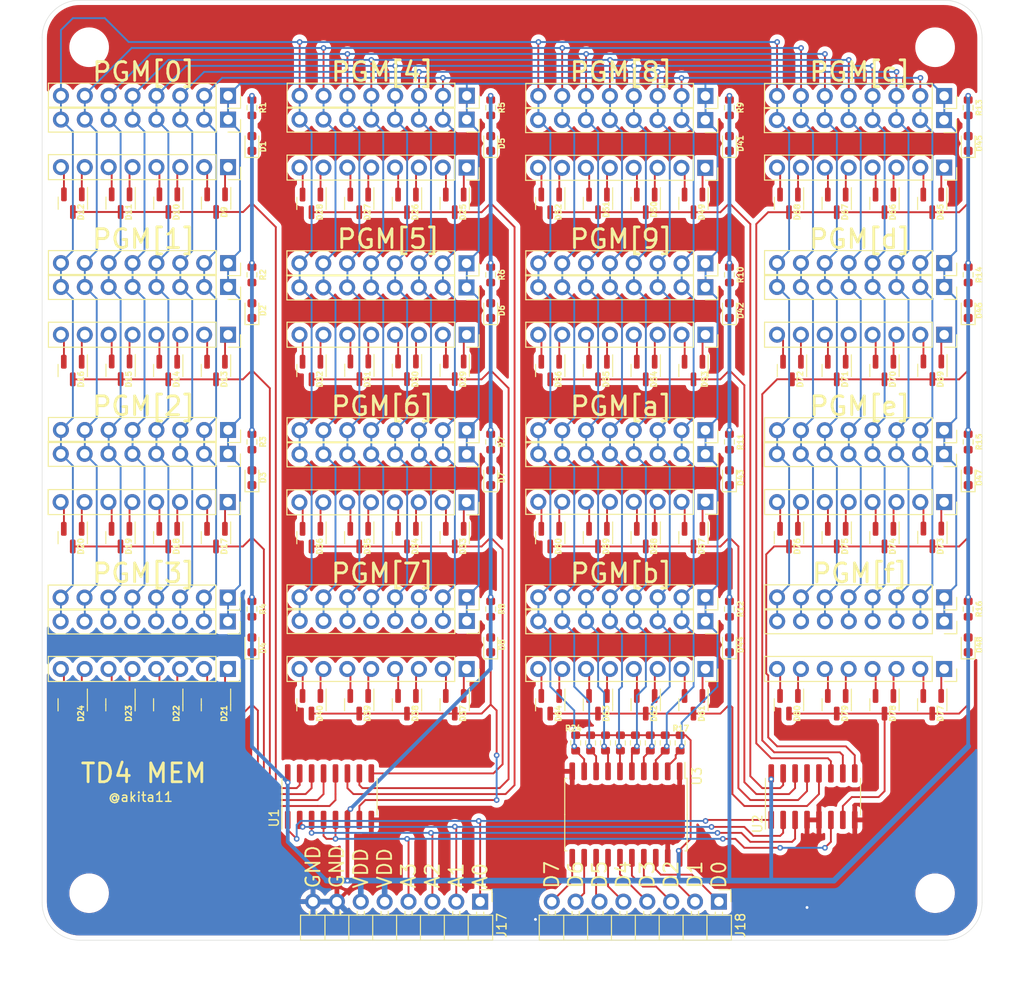
<source format=kicad_pcb>
(kicad_pcb (version 20211014) (generator pcbnew)
  (layers (0 "F.Cu" signal) (31 "B.Cu" signal) (34 "B.Paste" user) (35 "F.Paste" user) (36 "B.SilkS" user "B.Silkscreen") (37 "F.SilkS" user "F.Silkscreen") (38 "B.Mask" user) (39 "F.Mask" user) (44 "Edge.Cuts" user))
  (net 0 "")
  (net 1 "Net-(D1-Pad1)")
  (net 2 "Net-(D1-Pad2)")
  (net 3 "Net-(D13-Pad3)")
  (net 4 "Net-(D2-Pad2)")
  (net 5 "Net-(D17-Pad3)")
  (net 6 "Net-(D3-Pad2)")
  (net 7 "Net-(D21-Pad3)")
  (net 8 "Net-(D4-Pad2)")
  (net 9 "Net-(D25-Pad3)")
  (net 10 "Net-(D5-Pad2)")
  (net 11 "Net-(D29-Pad3)")
  (net 12 "Net-(D6-Pad2)")
  (net 13 "Net-(D33-Pad3)")
  (net 14 "Net-(D7-Pad2)")
  (net 15 "Net-(D37-Pad3)")
  (net 16 "Net-(D8-Pad2)")
  (net 17 "Net-(D9-Pad1)")
  (net 18 "Net-(D9-Pad2)")
  (net 19 "Net-(D10-Pad1)")
  (net 20 "Net-(D10-Pad2)")
  (net 21 "Net-(D11-Pad1)")
  (net 22 "Net-(D11-Pad2)")
  (net 23 "Net-(D12-Pad1)")
  (net 24 "Net-(D12-Pad2)")
  (net 25 "Net-(D13-Pad1)")
  (net 26 "Net-(D13-Pad2)")
  (net 27 "Net-(D14-Pad1)")
  (net 28 "Net-(D14-Pad2)")
  (net 29 "Net-(D15-Pad1)")
  (net 30 "Net-(D15-Pad2)")
  (net 31 "Net-(D16-Pad1)")
  (net 32 "Net-(D16-Pad2)")
  (net 33 "Net-(D17-Pad1)")
  (net 34 "Net-(D17-Pad2)")
  (net 35 "Net-(D18-Pad1)")
  (net 36 "Net-(D18-Pad2)")
  (net 37 "Net-(D19-Pad1)")
  (net 38 "Net-(D19-Pad2)")
  (net 39 "Net-(D20-Pad1)")
  (net 40 "Net-(D20-Pad2)")
  (net 41 "Net-(D21-Pad1)")
  (net 42 "Net-(D21-Pad2)")
  (net 43 "Net-(D22-Pad1)")
  (net 44 "Net-(D22-Pad2)")
  (net 45 "Net-(D23-Pad1)")
  (net 46 "Net-(D23-Pad2)")
  (net 47 "Net-(D24-Pad1)")
  (net 48 "Net-(D24-Pad2)")
  (net 49 "Net-(D25-Pad1)")
  (net 50 "Net-(D25-Pad2)")
  (net 51 "Net-(D26-Pad1)")
  (net 52 "Net-(D26-Pad2)")
  (net 53 "Net-(D27-Pad1)")
  (net 54 "Net-(D27-Pad2)")
  (net 55 "Net-(D28-Pad1)")
  (net 56 "Net-(D28-Pad2)")
  (net 57 "Net-(D29-Pad1)")
  (net 58 "Net-(D29-Pad2)")
  (net 59 "Net-(D30-Pad1)")
  (net 60 "Net-(D30-Pad2)")
  (net 61 "Net-(D31-Pad1)")
  (net 62 "Net-(D31-Pad2)")
  (net 63 "Net-(D32-Pad1)")
  (net 64 "Net-(D32-Pad2)")
  (net 65 "Net-(D33-Pad1)")
  (net 66 "Net-(D33-Pad2)")
  (net 67 "Net-(D34-Pad1)")
  (net 68 "Net-(D34-Pad2)")
  (net 69 "Net-(D35-Pad1)")
  (net 70 "Net-(D35-Pad2)")
  (net 71 "Net-(D36-Pad1)")
  (net 72 "Net-(D36-Pad2)")
  (net 73 "Net-(D37-Pad1)")
  (net 74 "Net-(D37-Pad2)")
  (net 75 "Net-(D38-Pad1)")
  (net 76 "Net-(D38-Pad2)")
  (net 77 "Net-(D39-Pad1)")
  (net 78 "Net-(D39-Pad2)")
  (net 79 "Net-(D40-Pad1)")
  (net 80 "Net-(D40-Pad2)")
  (net 81 "Net-(D41-Pad1)")
  (net 82 "Net-(D41-Pad2)")
  (net 83 "Net-(D42-Pad2)")
  (net 84 "Net-(D43-Pad2)")
  (net 85 "Net-(D44-Pad1)")
  (net 86 "Net-(D44-Pad2)")
  (net 87 "Net-(D45-Pad1)")
  (net 88 "Net-(D45-Pad2)")
  (net 89 "Net-(D46-Pad1)")
  (net 90 "Net-(D46-Pad2)")
  (net 91 "Net-(D47-Pad1)")
  (net 92 "Net-(D47-Pad2)")
  (net 93 "Net-(D48-Pad1)")
  (net 94 "Net-(D48-Pad2)")
  (net 95 "Net-(D49-Pad1)")
  (net 96 "Net-(D49-Pad2)")
  (net 97 "Net-(D50-Pad1)")
  (net 98 "Net-(D50-Pad2)")
  (net 99 "Net-(D51-Pad1)")
  (net 100 "Net-(D51-Pad2)")
  (net 101 "Net-(D52-Pad1)")
  (net 102 "Net-(D52-Pad2)")
  (net 103 "Net-(D53-Pad1)")
  (net 104 "Net-(D53-Pad2)")
  (net 105 "Net-(D54-Pad1)")
  (net 106 "Net-(D54-Pad2)")
  (net 107 "Net-(D42-Pad1)")
  (net 108 "Net-(D55-Pad1)")
  (net 109 "Net-(D55-Pad2)")
  (net 110 "Net-(D56-Pad1)")
  (net 111 "Net-(D56-Pad2)")
  (net 112 "Net-(D57-Pad1)")
  (net 113 "Net-(D57-Pad2)")
  (net 114 "Net-(D58-Pad1)")
  (net 115 "Net-(D58-Pad2)")
  (net 116 "Net-(D43-Pad1)")
  (net 117 "Net-(D59-Pad1)")
  (net 118 "Net-(D59-Pad2)")
  (net 119 "Net-(D60-Pad1)")
  (net 120 "Net-(D60-Pad2)")
  (net 121 "Net-(D61-Pad1)")
  (net 122 "Net-(D61-Pad2)")
  (net 123 "Net-(D62-Pad1)")
  (net 124 "Net-(D62-Pad2)")
  (net 125 "Net-(D63-Pad1)")
  (net 126 "Net-(D63-Pad2)")
  (net 127 "Net-(D64-Pad1)")
  (net 128 "Net-(D64-Pad2)")
  (net 129 "Net-(D65-Pad1)")
  (net 130 "Net-(D65-Pad2)")
  (net 131 "Net-(D66-Pad1)")
  (net 132 "Net-(D66-Pad2)")
  (net 133 "Net-(D67-Pad1)")
  (net 134 "Net-(D67-Pad2)")
  (net 135 "Net-(D68-Pad1)")
  (net 136 "Net-(D68-Pad2)")
  (net 137 "Net-(D69-Pad1)")
  (net 138 "Net-(D69-Pad2)")
  (net 139 "Net-(D70-Pad1)")
  (net 140 "Net-(D70-Pad2)")
  (net 141 "Net-(D71-Pad1)")
  (net 142 "Net-(D71-Pad2)")
  (net 143 "Net-(D72-Pad1)")
  (net 144 "Net-(D72-Pad2)")
  (net 145 "Net-(D73-Pad1)")
  (net 146 "Net-(D73-Pad2)")
  (net 147 "Net-(D74-Pad1)")
  (net 148 "Net-(D74-Pad2)")
  (net 149 "Net-(D75-Pad1)")
  (net 150 "Net-(D76-Pad1)")
  (net 151 "Net-(D76-Pad2)")
  (net 152 "Net-(D77-Pad1)")
  (net 153 "Net-(D77-Pad2)")
  (net 154 "Net-(D78-Pad1)")
  (net 155 "Net-(D78-Pad2)")
  (net 156 "Net-(D79-Pad1)")
  (net 157 "Net-(D79-Pad2)")
  (net 158 "Net-(D80-Pad1)")
  (net 159 "Net-(D80-Pad2)")
  (net 160 "/D0")
  (net 161 "/D1")
  (net 162 "/D2")
  (net 163 "/D3")
  (net 164 "/D4")
  (net 165 "/D5")
  (net 166 "/D6")
  (net 167 "/D7")
  (net 168 "GND")
  (net 169 "VDD")
  (net 170 "/A3")
  (net 171 "/A2")
  (net 172 "/A1")
  (net 173 "/A0")
  (net 174 "/DB7")
  (net 175 "/DB6")
  (net 176 "/DB5")
  (net 177 "/DB4")
  (net 178 "/DB3")
  (net 179 "/DB2")
  (net 180 "/DB1")
  (net 181 "/DB0")
  (net 182 "Net-(D75-Pad2)")
  (footprint "Resistor_SMD:R_0603_1608Metric" (layer "F.Cu") (at 98.52 46.99 -90)
    (fp_text reference "R15")
    (fp_text value "1k")
  )
  (footprint "Package_TO_SOT_SMD:SOT-23" (layer "F.Cu") (at 8.35 21.59 -90)
    (fp_text reference "D11")
    (fp_text value "BAT54C")
  )
  (footprint "Package_TO_SOT_SMD:SOT-23" (layer "F.Cu") (at 43.895 39.37 -90)
    (fp_text reference "D29")
    (fp_text value "BAT54C")
  )
  (footprint "Connector_PinSocket_2.54mm:PinSocket_1x08_P2.54mm_Vertical" (layer "F.Cu") (at 19.75 66.09 -90)
    (fp_text reference "J104" hide)
    (fp_text value "Conn_01x08")
  )
  (footprint "Resistor_SMD:R_0603_1608Metric" (layer "F.Cu") (at 47.72 29.21 -90)
    (fp_text reference "R6")
    (fp_text value "1k")
  )
  (footprint "Connector_PinSocket_2.54mm:PinSocket_1x08_P2.54mm_Vertical" (layer "F.Cu") (at 45.165 71.145 -90)
    (fp_text reference "J208" hide)
    (fp_text value "Conn_01x08")
  )
  (footprint "Package_TO_SOT_SMD:SOT-23" (layer "F.Cu") (at 69.295 39.395 -90)
    (fp_text reference "D53")
    (fp_text value "BAT54C")
  )
  (footprint "Package_TO_SOT_SMD:SOT-23" (layer "F.Cu") (at 54.055 57.175 -90)
    (fp_text reference "D60")
    (fp_text value "BAT54C")
  )
  (footprint "Package_TO_SOT_SMD:SOT-23" (layer "F.Cu") (at 69.295 74.955 -90)
    (fp_text reference "D61")
    (fp_text value "BAT54C")
  )
  (footprint "Package_TO_SOT_SMD:SOT-23" (layer "F.Cu") (at 59.135 74.955 -90)
    (fp_text reference "D63")
    (fp_text value "BAT54C")
  )
  (footprint "Connector_PinHeader_2.54mm:PinHeader_1x08_P2.54mm_Horizontal" (layer "F.Cu") (at 72 95.9 -90)
    (fp_text reference "J18")
    (fp_text value "Conn_01x08")
  )
  (footprint "Resistor_SMD:R_0603_1608Metric" (layer "F.Cu") (at 59.9375 79.015 -90)
    (fp_text reference "R22" hide)
    (fp_text value "10k")
  )
  (footprint "MountingHole:MountingHole_3.2mm_M3" (layer "F.Cu") (at 95 5)
    (fp_text reference "REF**" hide)
    (fp_text value "MountingHole_3.2mm_M3")
  )
  (footprint "Connector_PinSocket_2.54mm:PinSocket_1x08_P2.54mm_Vertical" (layer "F.Cu") (at 19.765 71.145 -90)
    (fp_text reference "J204" hide)
    (fp_text value "Conn_01x08")
  )
  (footprint "Connector_PinSocket_2.54mm:PinSocket_1x08_P2.54mm_Vertical" (layer "F.Cu") (at 45.165 12.7 -90)
    (fp_text reference "J105" hide)
    (fp_text value "Conn_01x08")
  )
  (footprint "Resistor_SMD:R_0603_1608Metric" (layer "F.Cu") (at 47.72 64.77 -90)
    (fp_text reference "R8")
    (fp_text value "1k")
  )
  (footprint "Connector_PinSocket_2.54mm:PinSocket_1x08_P2.54mm_Vertical" (layer "F.Cu") (at 95.98 66.065 -90)
    (fp_text reference "J116" hide)
    (fp_text value "Conn_01x08")
  )
  (footprint "Connector_PinSocket_2.54mm:PinSocket_1x08_P2.54mm_Vertical" (layer "F.Cu") (at 45.165 48.31 -90)
    (fp_text reference "J107" hide)
    (fp_text value "Conn_01x08")
  )
  (footprint "Package_TO_SOT_SMD:SOT-23" (layer "F.Cu") (at 38.815 39.37 -90)
    (fp_text reference "D30")
    (fp_text value "BAT54C")
  )
  (footprint "Package_TO_SOT_SMD:SOT-23" (layer "F.Cu") (at 79.455 21.615 -90)
    (fp_text reference "D68")
    (fp_text value "BAT54C")
  )
  (footprint "Package_TO_SOT_SMD:SOT-23" (layer "F.Cu") (at 89.615 74.955 -90)
    (fp_text reference "D78")
    (fp_text value "BAT54C")
  )
  (footprint "Connector_PinSocket_2.54mm:PinSocket_1x08_P2.54mm_Vertical" (layer "F.Cu") (at 95.965 71.145 -90)
    (fp_text reference "J216" hide)
    (fp_text value "Conn_01x08")
  )
  (footprint "MountingHole:MountingHole_3.2mm_M3" (layer "F.Cu") (at 95 95)
    (fp_text reference "REF**" hide)
    (fp_text value "MountingHole_3.2mm_M3")
  )
  (footprint "Connector_PinSocket_2.54mm:PinSocket_1x08_P2.54mm_Vertical" (layer "F.Cu") (at 95.965 17.805 -90)
    (fp_text reference "J213" hide)
    (fp_text value "Conn_01x08")
  )
  (footprint "Package_SO:SOIC-16_3.9x9.9mm_P1.27mm" (layer "F.Cu") (at 30.575 84.73 90)
    (fp_text reference "U1")
    (fp_text value "74LS138")
  )
  (footprint "Resistor_SMD:R_0603_1608Metric" (layer "F.Cu") (at 56.7625 79.015 -90)
    (fp_text reference "R24")
    (fp_text value "10k")
  )
  (footprint "LED_SMD:LED_0603_1608Metric" (layer "F.Cu") (at 73.12 33.02 90)
    (fp_text reference "D42")
    (fp_text value "LED")
  )
  (footprint "Connector_PinSocket_2.54mm:PinSocket_1x08_P2.54mm_Vertical" (layer "F.Cu") (at 70.565 10.185 -90)
    (fp_text reference "J9" hide)
    (fp_text value "Conn_01x08")
  )
  (footprint "Connector_PinSocket_2.54mm:PinSocket_1x08_P2.54mm_Vertical" (layer "F.Cu") (at 95.965 45.745 -90)
    (fp_text reference "J15" hide)
    (fp_text value "Conn_01x08")
  )
  (footprint "Package_SO:SOIC-16_3.9x9.9mm_P1.27mm" (layer "F.Cu") (at 82.01 84.73 90)
    (fp_text reference "U2")
    (fp_text value "74LS138")
  )
  (footprint "Connector_PinSocket_2.54mm:PinSocket_1x08_P2.54mm_Vertical" (layer "F.Cu") (at 70.565 53.365 -90)
    (fp_text reference "J211" hide)
    (fp_text value "Conn_01x08")
  )
  (footprint "Connector_PinSocket_2.54mm:PinSocket_1x08_P2.54mm_Vertical" (layer "F.Cu") (at 19.78 17.755 -90)
    (fp_text reference "J201" hide)
    (fp_text value "Conn_01x08")
  )
  (footprint "Package_TO_SOT_SMD:SOT-23" (layer "F.Cu") (at 54.055 39.395 -90)
    (fp_text reference "D56")
    (fp_text value "BAT54C")
  )
  (footprint "Resistor_SMD:R_0603_1608Metric" (layer "F.Cu") (at 67.875 79.015 -90)
    (fp_text reference "R17")
    (fp_text value "10k")
  )
  (footprint "LED_SMD:LED_0603_1608Metric" (layer "F.Cu") (at 22.32 33.02 90)
    (fp_text reference "D2")
    (fp_text value "LED")
  )
  (footprint "LED_SMD:LED_0603_1608Metric" (layer "F.Cu") (at 98.52 33.02 90)
    (fp_text reference "D46")
    (fp_text value "LED")
  )
  (footprint "Resistor_SMD:R_0603_1608Metric" (layer "F.Cu") (at 63.1125 79.015 -90)
    (fp_text reference "R20" hide)
    (fp_text value "10k")
  )
  (footprint "LED_SMD:LED_0603_1608Metric" (layer "F.Cu") (at 47.72 15.24 90)
    (fp_text reference "D5")
    (fp_text value "LED")
  )
  (footprint "Package_TO_SOT_SMD:SOT-23" (layer "F.Cu") (at 54.055 74.955 -90)
    (fp_text reference "D64")
    (fp_text value "BAT54C")
  )
  (footprint "Connector_PinSocket_2.54mm:PinSocket_1x08_P2.54mm_Vertical" (layer "F.Cu") (at 45.18 10.16 -90)
    (fp_text reference "J5" hide)
    (fp_text value "Conn_01x08")
  )
  (footprint "Package_TO_SOT_SMD:SOT-23" (layer "F.Cu") (at 28.655 21.615 -90)
    (fp_text reference "D28")
    (fp_text value "BAT54C")
  )
  (footprint "Package_TO_SOT_SMD:SOT-23" (layer "F.Cu") (at 13.415 39.395 -90)
    (fp_text reference "D14")
    (fp_text value "BAT54C")
  )
  (footprint "Resistor_SMD:R_0603_1608Metric" (layer "F.Cu") (at 73.12 29.21 -90)
    (fp_text reference "R10")
    (fp_text value "1k")
  )
  (footprint "Package_TO_SOT_SMD:SOT-23" (layer "F.Cu") (at 13.43 21.59 -90)
    (fp_text reference "D10")
    (fp_text value "BAT54C")
  )
  (footprint "Resistor_SMD:R_0603_1608Metric" (layer "F.Cu") (at 22.32 46.99 -90)
    (fp_text reference "R3")
    (fp_text value "1k")
  )
  (footprint "Package_TO_SOT_SMD:SOT-23" (layer "F.Cu") (at 43.895 21.615 -90)
    (fp_text reference "D25")
    (fp_text value "BAT54C")
  )
  (footprint "Connector_PinSocket_2.54mm:PinSocket_1x08_P2.54mm_Vertical" (layer "F.Cu") (at 70.565 66.065 -90)
    (fp_text reference "J112" hide)
    (fp_text value "Conn_01x08")
  )
  (footprint "Package_TO_SOT_SMD:SOT-23" (layer "F.Cu") (at 8.35 39.37 -90)
    (fp_text reference "D15")
    (fp_text value "BAT54C")
  )
  (footprint "Package_TO_SOT_SMD:SOT-23" (layer "F.Cu") (at 64.215 21.615 -90)
    (fp_text reference "D50")
    (fp_text value "BAT54C")
  )
  (footprint "Package_TO_SOT_SMD:SOT-23" (layer "F.Cu") (at 89.615 39.395 -90)
    (fp_text reference "D70")
    (fp_text value "BAT54C")
  )
  (footprint "Package_TO_SOT_SMD:SOT-23" (layer "F.Cu") (at 18.495 39.395 -90)
    (fp_text reference "D13")
    (fp_text value "BAT54C")
  )
  (footprint "Connector_PinSocket_2.54mm:PinSocket_1x08_P2.54mm_Vertical" (layer "F.Cu") (at 45.165 63.525 -90)
    (fp_text reference "J8" hide)
    (fp_text value "Conn_01x08")
  )
  (footprint "Connector_PinSocket_2.54mm:PinSocket_1x08_P2.54mm_Vertical" (layer "F.Cu") (at 45.15 27.99 -90)
    (fp_text reference "J6" hide)
    (fp_text value "Conn_01x08")
  )
  (footprint "Package_TO_SOT_SMD:SOT-23" (layer "F.Cu") (at 84.535 21.615 -90)
    (fp_text reference "D67")
    (fp_text value "BAT54C")
  )
  (footprint "Connector_PinSocket_2.54mm:PinSocket_1x08_P2.54mm_Vertical" (layer "F.Cu") (at 19.75 53.39 -90)
    (fp_text reference "J203" hide)
    (fp_text value "Conn_01x08")
  )
  (footprint "Resistor_SMD:R_0603_1608Metric" (layer "F.Cu") (at 61.525 79.015 -90)
    (fp_text reference "R21" hide)
    (fp_text value "10k")
  )
  (footprint "Package_TO_SOT_SMD:SOT-23" (layer "F.Cu") (at 8.335 57.175 -90)
    (fp_text reference "D19")
    (fp_text value "BAT54C")
  )
  (footprint "Connector_PinSocket_2.54mm:PinSocket_1x08_P2.54mm_Vertical" (layer "F.Cu") (at 45.165 17.805 -90)
    (fp_text reference "J205" hide)
    (fp_text value "Conn_01x08")
  )
  (footprint "Resistor_SMD:R_0603_1608Metric" (layer "F.Cu") (at 22.32 29.21 -90)
    (fp_text reference "R2")
    (fp_text value "1k")
  )
  (footprint "Package_TO_SOT_SMD:SOT-23" (layer "F.Cu") (at 84.535 39.395 -90)
    (fp_text reference "D71")
    (fp_text value "BAT54C")
  )
  (footprint "Resistor_SMD:R_0603_1608Metric" (layer "F.Cu") (at 47.72 11.43 -90)
    (fp_text reference "R5")
    (fp_text value "1k")
  )
  (footprint "Package_TO_SOT_SMD:SOT-23" (layer "F.Cu") (at 3.255 39.395 -90)
    (fp_text reference "D16")
    (fp_text value "BAT54C")
  )
  (footprint "MountingHole:MountingHole_3.2mm_M3" (layer "F.Cu") (at 5 95)
    (fp_text reference "REF**" hide)
    (fp_text value "MountingHole_3.2mm_M3")
  )
  (footprint "Connector_PinSocket_2.54mm:PinSocket_1x08_P2.54mm_Vertical" (layer "F.Cu") (at 19.78 10.16 -90)
    (fp_text reference "J1" hide)
    (fp_text value "Conn_01x08")
  )
  (footprint "Package_TO_SOT_SMD:SOT-23" (layer "F.Cu") (at 33.75 39.37 -90)
    (fp_text reference "D31")
    (fp_text value "BAT54C")
  )
  (footprint "Connector_PinSocket_2.54mm:PinSocket_1x08_P2.54mm_Vertical" (layer "F.Cu") (at 95.95 12.75 -90)
    (fp_text reference "J113" hide)
    (fp_text value "Conn_01x08")
  )
  (footprint "Connector_PinSocket_2.54mm:PinSocket_1x08_P2.54mm_Vertical" (layer "F.Cu") (at 95.965 35.585 -90)
    (fp_text reference "J214" hide)
    (fp_text value "Conn_01x08")
  )
  (footprint "Package_TO_SOT_SMD:SOT-23" (layer "F.Cu") (at 64.215 57.175 -90)
    (fp_text reference "D58")
    (fp_text value "BAT54C")
  )
  (footprint "Package_TO_SOT_SMD:SOT-23" (layer "F.Cu") (at 89.615 57.175 -90)
    (fp_text reference "D74")
    (fp_text value "BAT54C")
  )
  (footprint "Package_TO_SOT_SMD:SOT-23" (layer "F.Cu") (at 94.71 57.15 -90)
    (fp_text reference "D73")
    (fp_text value "BAT54C")
  )
  (footprint "Resistor_SMD:R_0603_1608Metric" (layer "F.Cu") (at 64.7 79.015 -90)
    (fp_text reference "R19" hide)
    (fp_text value "10k")
  )
  (footprint "Connector_PinSocket_2.54mm:PinSocket_1x08_P2.54mm_Vertical" (layer "F.Cu") (at 95.965 30.505 -90)
    (fp_text reference "J114" hide)
    (fp_text value "Conn_01x08")
  )
  (footprint "Package_TO_SOT_SMD:SOT-23" (layer "F.Cu") (at 59.135 39.395 -90)
    (fp_text reference "D55")
    (fp_text value "BAT54C")
  )
  (footprint "Resistor_SMD:R_0603_1608Metric" (layer "F.Cu") (at 66.2875 79.015 -90)
    (fp_text reference "R18" hide)
    (fp_text value "10k")
  )
  (footprint "Package_TO_SOT_SMD:SOT-23" (layer "F.Cu") (at 94.71 39.37 -90)
    (fp_text reference "D69")
    (fp_text value "BAT54C")
  )
  (footprint "Connector_PinSocket_2.54mm:PinSocket_1x08_P2.54mm_Vertical" (layer "F.Cu") (at 45.165 45.745 -90)
    (fp_text reference "J7" hide)
    (fp_text value "Conn_01x08")
  )
  (footprint "Package_TO_SOT_SMD:SOT-23" (layer "F.Cu") (at 18.495 57.175 -90)
    (fp_text reference "D17")
    (fp_text value "BAT54C")
  )
  (footprint "Connector_PinSocket_2.54mm:PinSocket_1x08_P2.54mm_Vertical" (layer "F.Cu") (at 45.15 30.555 -90)
    (fp_text reference "J106" hide)
    (fp_text value "Conn_01x08")
  )
  (footprint "Connector_PinHeader_2.54mm:PinHeader_1x08_P2.54mm_Horizontal" (layer "F.Cu") (at 46.6 95.9 -90)
    (fp_text reference "J17")
    (fp_text value "Conn_01x08")
  )
  (footprint "Connector_PinSocket_2.54mm:PinSocket_1x08_P2.54mm_Vertical" (layer "F.Cu") (at 70.565 35.585 -90)
    (fp_text reference "J210" hide)
    (fp_text value "Conn_01x08")
  )
  (footprint "Connector_PinSocket_2.54mm:PinSocket_1x08_P2.54mm_Vertical" (layer "F.Cu") (at 70.55 12.75 -90)
    (fp_text reference "J109" hide)
    (fp_text value "Conn_01x08")
  )
  (footprint "Package_TO_SOT_SMD:SOT-23" (layer "F.Cu") (at 3.255 74.955 -90)
    (fp_text reference "D24")
    (fp_text value "BAT54C")
  )
  (footprint "Resistor_SMD:R_0603_1608Metric" (layer "F.Cu") (at 98.52 64.77 -90)
    (fp_text reference "R16")
    (fp_text value "1k")
  )
  (footprint "Connector_PinSocket_2.54mm:PinSocket_1x08_P2.54mm_Vertical" (layer "F.Cu") (at 70.565 45.745 -90)
    (fp_text reference "J11" hide)
    (fp_text value "Conn_01x08")
  )
  (footprint "Connector_PinSocket_2.54mm:PinSocket_1x08_P2.54mm_Vertical" (layer "F.Cu") (at 70.565 63.525 -90)
    (fp_text reference "J12" hide)
    (fp_text value "Conn_01x08")
  )
  (footprint "Package_TO_SOT_SMD:SOT-23" (layer "F.Cu") (at 43.895 57.175 -90)
    (fp_text reference "D33")
    (fp_text value "BAT54C")
  )
  (footprint "LED_SMD:LED_0603_1608Metric" (layer "F.Cu") (at 73.12 68.58 90)
    (fp_text reference "D44")
    (fp_text value "LED")
  )
  (footprint "Connector_PinSocket_2.54mm:PinSocket_1x08_P2.54mm_Vertical" (layer "F.Cu") (at 45.15 53.415 -90)
    (fp_text reference "J207" hide)
    (fp_text value "Conn_01x08")
  )
  (footprint "LED_SMD:LED_0603_1608Metric" (layer "F.Cu") (at 47.72 68.58 90)
    (fp_text reference "D8")
    (fp_text value "LED")
  )
  (footprint "Package_TO_SOT_SMD:SOT-23" (layer "F.Cu") (at 69.295 57.175 -90)
    (fp_text reference "D57")
    (fp_text value "BAT54C")
  )
  (footprint "LED_SMD:LED_0603_1608Metric" (layer "F.Cu") (at 73.12 50.8 90)
    (fp_text reference "D43")
    (fp_text value "LED")
  )
  (footprint "Resistor_SMD:R_0603_1608Metric" (layer "F.Cu") (at 58.35 79.015 -90)
    (fp_text reference "R23" hide)
    (fp_text value "10k")
  )
  (footprint "Package_TO_SOT_SMD:SOT-23" (layer "F.Cu") (at 89.615 21.615 -90)
    (fp_text reference "D66")
    (fp_text value "BAT54C")
  )
  (footprint "Connector_PinSocket_2.54mm:PinSocket_1x08_P2.54mm_Vertical" (layer "F.Cu") (at 70.565 27.99 -90)
    (fp_text reference "J10" hide)
    (fp_text value "Conn_01x08")
  )
  (footprint "Package_TO_SOT_SMD:SOT-23" (layer "F.Cu") (at 13.415 57.175 -90)
    (fp_text reference "D18")
    (fp_text value "BAT54C")
  )
  (footprint "Package_TO_SOT_SMD:SOT-23" (layer "F.Cu") (at 38.815 21.615 -90)
    (fp_text reference "D26")
    (fp_text value "BAT54C")
  )
  (footprint "Connector_PinSocket_2.54mm:PinSocket_1x08_P2.54mm_Vertical" (layer "F.Cu") (at 19.78 27.965 -90)
    (fp_text reference "J2" hide)
    (fp_text value "Conn_01x08")
  )
  (footprint "Package_TO_SOT_SMD:SOT-23" (layer "F.Cu") (at 54.055 21.615 -90)
    (fp_text reference "D52")
    (fp_text value "BAT54C")
  )
  (footprint "Package_TO_SOT_SMD:SOT-23" (layer "F.Cu") (at 38.815 57.175 -90)
    (fp_text reference "D34")
    (fp_text value "BAT54C")
  )
  (footprint "Package_SO:SOP-20_7.5x12.8mm_P1.27mm" (layer "F.Cu") (at 62.11 86.635 -90)
    (fp_text reference "U3")
    (fp_text value "74LS540")
  )
  (footprint "Connector_PinSocket_2.54mm:PinSocket_1x08_P2.54mm_Vertical" (layer "F.Cu") (at 70.565 30.53 -90)
    (fp_text reference "J110" hide)
    (fp_text value "Conn_01x08")
  )
  (footprint "Package_TO_SOT_SMD:SOT-23" (layer "F.Cu") (at 94.695 21.615 -90)
    (fp_text reference "D65")
    (fp_text value "BAT54C")
  )
  (footprint "Resistor_SMD:R_0603_1608Metric" (layer "F.Cu") (at 22.32 64.77 -90)
    (fp_text reference "R4")
    (fp_text value "1k")
  )
  (footprint "Connector_PinSocket_2.54mm:PinSocket_1x08_P2.54mm_Vertical" (layer "F.Cu") (at 19.78 35.585 -90)
    (fp_text reference "J202" hide)
    (fp_text value "Conn_01x08")
  )
  (footprint "Connector_PinSocket_2.54mm:PinSocket_1x08_P2.54mm_Vertical" (layer "F.Cu") (at 19.78 45.72 -90)
    (fp_text reference "J3" hide)
    (fp_text value "Conn_01x08")
  )
  (footprint "Package_TO_SOT_SMD:SOT-23" (layer "F.Cu") (at 94.695 74.955 -90)
    (fp_text reference "D77")
    (fp_text value "BAT54C")
  )
  (footprint "Package_TO_SOT_SMD:SOT-23" (layer "F.Cu") (at 28.655 39.395 -90)
    (fp_text reference "D32")
    (fp_text value "BAT54C")
  )
  (footprint "LED_SMD:LED_0603_1608Metric" (layer "F.Cu") (at 98.52 15.24 90)
    (fp_text reference "D45")
    (fp_text value "LED")
  )
  (footprint "Package_TO_SOT_SMD:SOT-23" (layer "F.Cu") (at 3.255 57.175 -90)
    (fp_text reference "D20")
    (fp_text value "BAT54C")
  )
  (footprint "Connector_PinSocket_2.54mm:PinSocket_1x08_P2.54mm_Vertical" (layer "F.Cu") (at 45.165 35.585 -90)
    (fp_text reference "J206" hide)
    (fp_text value "Conn_01x08")
  )
  (footprint "Package_TO_SOT_SMD:SOT-23" (layer "F.Cu") (at 43.895 74.955 -90)
    (fp_text reference "D37")
    (fp_text value "BAT54C")
  )
  (footprint "Package_TO_SOT_SMD:SOT-23" (layer "F.Cu") (at 33.735 21.615 -90)
    (fp_text reference "D27")
    (fp_text value "BAT54C")
  )
  (footprint "LED_SMD:LED_0603_1608Metric" (layer "F.Cu") (at 22.32 68.58 90)
    (fp_text reference "D4")
    (fp_text value "LED")
  )
  (footprint "LED_SMD:LED_0603_1608Metric" (layer "F.Cu") (at 98.52 68.58 90)
    (fp_text reference "D48")
    (fp_text value "LED")
  )
  (footprint "Connector_PinSocket_2.54mm:PinSocket_1x08_P2.54mm_Vertical" (layer "F.Cu") (at 19.78 12.7 -90)
    (fp_text reference "J101" hide)
    (fp_text value "Conn_01x08")
  )
  (footprint "LED_SMD:LED_0603_1608Metric" (layer "F.Cu") (at 98.52 50.8 90)
    (fp_text reference "D47")
    (fp_text value "LED")
  )
  (footprint "LED_SMD:LED_0603_1608Metric" (layer "F.Cu") (at 22.32 15.24 90)
    (fp_text reference "D1")
    (fp_text value "LED")
  )
  (footprint "Package_TO_SOT_SMD:SOT-23" (layer "F.Cu") (at 79.775 39.395 -90)
    (fp_text reference "D72")
    (fp_text value "BAT54C")
  )
  (footprint "Package_TO_SOT_SMD:SOT-23" (layer "F.Cu") (at 18.51 21.59 -90)
    (fp_text reference "D9")
    (fp_text value "BAT54C")
  )
  (footprint "Package_TO_SOT_SMD:SOT-23" (layer "F.Cu") (at 64.215 39.395 -90)
    (fp_text reference "D54")
    (fp_text value "BAT54C")
  )
  (footprint "Package_TO_SOT_SMD:SOT-23" (layer "F.Cu") (at 33.735 57.175 -90)
    (fp_text reference "D35")
    (fp_text value "BAT54C")
  )
  (footprint "LED_SMD:LED_0603_1608Metric" (layer "F.Cu") (at 22.32 50.8 90)
    (fp_text reference "D3")
    (fp_text value "LED")
  )
  (footprint "Connector_PinSocket_2.54mm:PinSocket_1x08_P2.54mm_Vertical" (layer "F.Cu") (at 70.55 17.83 -90)
    (fp_text reference "J209" hide)
    (fp_text value "Conn_01x08")
  )
  (footprint "Connector_PinSocket_2.54mm:PinSocket_1x08_P2.54mm_Vertical" (layer "F.Cu") (at 95.965 27.965 -90)
    (fp_text reference "J14" hide)
    (fp_text value "Conn_01x08")
  )
  (footprint "Package_TO_SOT_SMD:SOT-23" (layer "F.Cu") (at 28.655 57.175 -90)
    (fp_text reference "D36")
    (fp_text value "BAT54C")
  )
  (footprint "Package_TO_SOT_SMD:SOT-23" (layer "F.Cu") (at 3.27 21.59 -90)
    (fp_text reference "D12")
    (fp_text value "BAT54C")
  )
  (footprint "LED_SMD:LED_0603_1608Metric" (layer "F.Cu") (at 47.72 33.02 90)
    (fp_text reference "D6")
    (fp_text value "LED")
  )
  (footprint "Connector_PinSocket_2.54mm:PinSocket_1x08_P2.54mm_Vertical" (layer "F.Cu") (at 70.565 71.145 -90)
    (fp_text reference "J212" hide)
    (fp_text value "Conn_01x08")
  )
  (footprint "MountingHole:MountingHole_3.2mm_M3" (layer "F.Cu") (at 5 5)
    (fp_text reference "REF**" hide)
    (fp_text value "MountingHole_3.2mm_M3")
  )
  (footprint "Package_TO_SOT_SMD:SOT-23" (layer "F.Cu") (at 59.135 57.175 -90)
    (fp_text reference "D59")
    (fp_text value "BAT54C")
  )
  (footprint "Package_TO_SOT_SMD:SOT-23" (layer "F.Cu") (at 84.535 74.955 -90)
    (fp_text reference "D79")
    (fp_text value "BAT54C")
  )
  (footprint "Resistor_SMD:R_0603_1608Metric" (layer "F.Cu") (at 98.52 11.43 -90)
    (fp_text reference "R13")
    (fp_text value "1k")
  )
  (footprint "Resistor_SMD:R_0603_1608Metric" (layer "F.Cu") (at 22.32 11.43 -90)
    (fp_text reference "R1")
    (fp_text value "1k")
  )
  (footprint "Resistor_SMD:R_0603_1608Metric" (layer "F.Cu") (at 98.52 29.21 -90)
    (fp_text reference "R14")
    (fp_text value "1k")
  )
  (footprint "Resistor_SMD:R_0603_1608Metric" (layer "F.Cu") (at 73.12 64.77 -90)
    (fp_text reference "R12")
    (fp_text value "1k")
  )
  (footprint "Resistor_SMD:R_0603_1608Metric" (layer "F.Cu") (at 47.72 46.99 -90)
    (fp_text reference "R7")
    (fp_text value "1k")
  )
  (footprint "Package_TO_SOT_SMD:SOT-23" (layer "F.Cu") (at 18.495 74.955 -90)
    (fp_text reference "D21")
    (fp_text value "BAT54C")
  )
  (footprint "Package_TO_SOT_SMD:SOT-23" (layer "F.Cu") (at 13.415 74.955 -90)
    (fp_text reference "D22")
    (fp_text value "BAT54C")
  )
  (footprint "Connector_PinSocket_2.54mm:PinSocket_1x08_P2.54mm_Vertical" (layer "F.Cu") (at 19.78 30.505 -90)
    (fp_text reference "J102" hide)
    (fp_text value "Conn_01x08")
  )
  (footprint "Package_TO_SOT_SMD:SOT-23" (layer "F.Cu") (at 84.535 57.175 -90)
    (fp_text reference "D75")
    (fp_text value "BAT54C")
  )
  (footprint "Connector_PinSocket_2.54mm:PinSocket_1x08_P2.54mm_Vertical" (layer "F.Cu") (at 95.965 53.39 -90)
    (fp_text reference "J215" hide)
    (fp_text value "Conn_01x08")
  )
  (footprint "Package_TO_SOT_SMD:SOT-23" (layer "F.Cu") (at 64.215 74.955 -90)
    (fp_text reference "D62")
    (fp_text value "BAT54C")
  )
  (footprint "Connector_PinSocket_2.54mm:PinSocket_1x08_P2.54mm_Vertical" (layer "F.Cu") (at 95.965 63.525 -90)
    (fp_text reference "J16" hide)
    (fp_text value "Conn_01x08")
  )
  (footprint "Connector_PinSocket_2.54mm:PinSocket_1x08_P2.54mm_Vertical" (layer "F.Cu") (at 95.965 10.185 -90)
    (fp_text reference "J13" hide)
    (fp_text value "Conn_01x08")
  )
  (footprint "Connector_PinSocket_2.54mm:PinSocket_1x08_P2.54mm_Vertical" (layer "F.Cu") (at 19.75 63.55 -90)
    (fp_text reference "J4" hide)
    (fp_text value "Conn_01x08")
  )
  (footprint "LED_SMD:LED_0603_1608Metric" (layer "F.Cu") (at 73.12 15.24 90)
    (fp_text reference "D41")
    (fp_text value "LED")
  )
  (footprint "Resistor_SMD:R_0603_1608Metric" (layer "F.Cu") (at 73.12 46.99 -90)
    (fp_text reference "R11")
    (fp_text value "1k")
  )
  (footprint "Connector_PinSocket_2.54mm:PinSocket_1x08_P2.54mm_Vertical" (layer "F.Cu") (at 70.565 48.285 -90)
    (fp_text reference "J111" hide)
    (fp_text value "Conn_01x08")
  )
  (footprint "Package_TO_SOT_SMD:SOT-23" (layer "F.Cu") (at 59.135 21.615 -90)
    (fp_text reference "D51")
    (fp_text value "BAT54C")
  )
  (footprint "Package_TO_SOT_SMD:SOT-23" (layer "F.Cu") (at 8.335 74.955 -90)
    (fp_text reference "D23")
    (fp_text value "BAT54C")
  )
  (footprint "Package_TO_SOT_SMD:SOT-23" (layer "F.Cu") (at 33.735 74.955 -90)
    (fp_text reference "D39")
    (fp_text value "BAT54C")
  )
  (footprint "Package_TO_SOT_SMD:SOT-23" (layer "F.Cu") (at 28.655 74.955 -90)
    (fp_text reference "D40")
    (fp_text value "BAT54C")
  )
  (footprint "Resistor_SMD:R_0603_1608Metric" (layer "F.Cu") (at 73.12 11.43 -90)
    (fp_text reference "R9")
    (fp_text value "1k")
  )
  (footprint "Package_TO_SOT_SMD:SOT-23" (layer "F.Cu") (at 79.455 74.955 -90)
    (fp_text reference "D80")
    (fp_text value "BAT54C")
  )
  (footprint "Package_TO_SOT_SMD:SOT-23" (layer "F.Cu") (at 69.295 21.615 -90)
    (fp_text reference "D49")
    (fp_text value "BAT54C")
  )
  (footprint "Connector_PinSocket_2.54mm:PinSocket_1x08_P2.54mm_Vertical" (layer "F.Cu") (at 19.765 48.26 -90)
    (fp_text reference "J103" hide)
    (fp_text value "Conn_01x08")
  )
  (footprint "Package_TO_SOT_SMD:SOT-23" (layer "F.Cu") (at 79.455 57.175 -90)
    (fp_text reference "D76")
    (fp_text value "BAT54C")
  )
  (footprint "Package_TO_SOT_SMD:SOT-23" (layer "F.Cu") (at 38.815 74.955 -90)
    (fp_text reference "D38")
    (fp_text value "BAT54C")
  )
  (footprint "Connector_PinSocket_2.54mm:PinSocket_1x08_P2.54mm_Vertical" (layer "F.Cu") (at 95.95 48.285 -90)
    (fp_text reference "J115" hide)
    (fp_text value "Conn_01x08")
  )
  (footprint "LED_SMD:LED_0603_1608Metric" (layer "F.Cu") (at 47.72 50.8 90)
    (fp_text reference "D7")
    (fp_text value "LED")
  )
  (footprint "Connector_PinSocket_2.54mm:PinSocket_1x08_P2.54mm_Vertical" (layer "F.Cu") (at 45.18 66.04 -90)
    (fp_text reference "J108" hide)
    (fp_text value "Conn_01x08")
  )
  (gr_arc (start 0 4) (mid 1.171573 1.171573) (end 4 0) (layer "Edge.Cuts") (width 0.05))
  (gr_arc (start 100 96) (mid 98.828427 98.828427) (end 96 100) (layer "Edge.Cuts") (width 0.05))
  (gr_line (start 96 100) (end 4 100) (layer "Edge.Cuts") (width 0.05))
  (gr_line (start 100 4) (end 100 96) (layer "Edge.Cuts") (width 0.05))
  (gr_arc (start 4 100) (mid 1.171573 98.828427) (end 0 96) (layer "Edge.Cuts") (width 0.05))
  (gr_arc (start 96 0) (mid 98.828427 1.171573) (end 100 4) (layer "Edge.Cuts") (width 0.05))
  (gr_line (start 0 96) (end 0 4) (layer "Edge.Cuts") (width 0.05))
  (gr_line (start 4 0) (end 96 0) (layer "Edge.Cuts") (width 0.05))
  (gr_text "PGM[9]" (at 61.595 25.4) (layer "F.SilkS") (effects (font (size 2 2) (thickness 0.3))))
  (gr_text "D3" (at 64.38 94.615 90) (layer "F.SilkS") (effects (font (size 1.5 1.5) (thickness 0.2)) (justify left)))
  (gr_text "VDD" (at 36.44 94.615 90) (layer "F.SilkS") (effects (font (size 1.5 1.5) (thickness 0.2)) (justify left)))
  (gr_text "PGM[c]" (at 86.995 7.62) (layer "F.SilkS") (effects (font (size 2 2) (thickness 0.3))))
  (gr_text "PGM[5]" (at 36.83 25.4) (layer "F.SilkS") (effects (font (size 2 2) (thickness 0.3))))
  (gr_text "D4" (at 61.84 94.615 90) (layer "F.SilkS") (effects (font (size 1.5 1.5) (thickness 0.2)) (justify left)))
  (gr_text "PGM[2]" (at 10.795 43.18) (layer "F.SilkS") (effects (font (size 2 2) (thickness 0.3))))
  (gr_text "D0" (at 72 94.63 90) (layer "F.SilkS") (effects (font (size 1.5 1.5) (thickness 0.2)) (justify left)))
  (gr_text "PGM[e]" (at 86.995 43.18) (layer "F.SilkS") (effects (font (size 2 2) (thickness 0.3))))
  (gr_text "PGM[6]" (at 36.195 43.18) (layer "F.SilkS") (effects (font (size 2 2) (thickness 0.3))))
  (gr_text "PGM[d]" (at 86.995 25.4) (layer "F.SilkS") (effects (font (size 2 2) (thickness 0.3))))
  (gr_text "D5" (at 59.3 94.615 90) (layer "F.SilkS") (effects (font (size 1.5 1.5) (thickness 0.2)) (justify left)))
  (gr_text "PGM[a]" (at 61.595 43.18) (layer "F.SilkS") (effects (font (size 2 2) (thickness 0.3))))
  (gr_text "TD4 MEM" (at 10.795 82.2325) (layer "F.SilkS") (effects (font (size 2 2) (thickness 0.3))))
  (gr_text "VDD" (at 33.9 94.615 90) (layer "F.SilkS") (effects (font (size 1.5 1.5) (thickness 0.2)) (justify left)))
  (gr_text "A2" (at 41.52 94.615 90) (layer "F.SilkS") (effects (font (size 1.5 1.5) (thickness 0.2)) (justify left)))
  (gr_text "PGM[4]" (at 36.195 7.62) (layer "F.SilkS") (effects (font (size 2 2) (thickness 0.3))))
  (gr_text "PGM[8]" (at 61.595 7.62) (layer "F.SilkS") (effects (font (size 2 2) (thickness 0.3))))
  (gr_text "GND" (at 31.36 94.615 90) (layer "F.SilkS") (effects (font (size 1.5 1.5) (thickness 0.2)) (justify left)))
  (gr_text "D6\n" (at 56.76 94.615 90) (layer "F.SilkS") (effects (font (size 1.5 1.5) (thickness 0.2)) (justify left)))
  (gr_text "PGM[0]" (at 10.795 7.62) (layer "F.SilkS") (effects (font (size 2 2) (thickness 0.3))))
  (gr_text "@akita11" (at 10.4775 84.7725) (layer "F.SilkS") (effects (font (size 1 1))))
  (gr_text "PGM[b]" (at 61.595 60.96) (layer "F.SilkS") (effects (font (size 2 2) (thickness 0.3))))
  (gr_text "PGM[7]" (at 36.195 60.96) (layer "F.SilkS") (effects (font (size 2 2) (thickness 0.3))))
  (gr_text "A3" (at 38.98 94.615 90) (layer "F.SilkS") (effects (font (size 1.5 1.5) (thickness 0.2)) (justify left)))
  (gr_text "D2" (at 66.92 94.615 90) (layer "F.SilkS") (effects (font (size 1.5 1.5) (thickness 0.2)) (justify left)))
  (gr_text "PGM[3]" (at 10.795 60.96) (layer "F.SilkS") (effects (font (size 2 2) (thickness 0.3))))
  (gr_text "GND" (at 28.82 94.615 90) (layer "F.SilkS") (effects (font (size 1.5 1.5) (thickness 0.2)) (justify left)))
  (gr_text "A0" (at 46.6 94.63 90) (layer "F.SilkS") (effects (font (size 1.5 1.5) (thickness 0.2)) (justify left)))
  (gr_text "A1" (at 44.06 94.615 90) (layer "F.SilkS") (effects (font (size 1.5 1.5) (thickness 0.2)) (justify left)))
  (gr_text "PGM[f]" (at 86.995 60.96) (layer "F.SilkS") (effects (font (size 2 2) (thickness 0.3))))
  (gr_text "D1" (at 69.46 94.615 90) (layer "F.SilkS") (effects (font (size 1.5 1.5) (thickness 0.2)) (justify left)))
  (gr_text "PGM[1]" (at 10.795 25.4) (layer "F.SilkS") (effects (font (size 2 2) (thickness 0.3))))
  (gr_text "D7" (at 54.22 94.63 90) (layer "F.SilkS") (effects (font (size 1.5 1.5) (thickness 0.2)) (justify left)))
  (segment (start 24.86 24.13) (end 22.32 21.59) (width 0.2) (layer "F.Cu") (net 1))
  (segment (start 27.0825 83.82) (end 25.495 83.82) (width 0.2) (layer "F.Cu") (net 1))
  (segment (start 27.4 83.5025) (end 27.0825 83.82) (width 0.2) (layer "F.Cu") (net 1))
  (segment (start 27.4 82.255) (end 27.4 83.5025) (width 0.2) (layer "F.Cu") (net 1))
  (segment (start 3.27 22.5275) (end 21.3825 22.5275) (width 0.2) (layer "F.Cu") (net 1))
  (segment (start 22.32 21.59) (end 22.32 16.51) (width 0.2) (layer "F.Cu") (net 1))
  (segment (start 25.495 83.82) (end 24.86 83.185) (width 0.2) (layer "F.Cu") (net 1))
  (segment (start 24.86 83.185) (end 24.86 24.13) (width 0.2) (layer "F.Cu") (net 1))
  (segment (start 21.3825 22.5275) (end 22.32 21.59) (width 0.2) (layer "F.Cu") (net 1))
  (segment (start 22.32 12.255) (end 22.32 13.97) (width 0.2) (layer "F.Cu") (net 2))
  (segment (start 28.67 83.82) (end 28.035 84.455) (width 0.2) (layer "F.Cu") (net 3))
  (segment (start 22.32 39.37) (end 22.32 33.655) (width 0.2) (layer "F.Cu") (net 3))
  (segment (start 22.32 39.37) (end 24.225 41.275) (width 0.2) (layer "F.Cu") (net 3))
  (segment (start 24.225 83.82) (end 24.86 84.455) (width 0.2) (layer "F.Cu") (net 3))
  (segment (start 24.225 41.275) (end 24.225 83.82) (width 0.2) (layer "F.Cu") (net 3))
  (segment (start 21.3575 40.3325) (end 22.32 39.37) (width 0.2) (layer "F.Cu") (net 3))
  (segment (start 3.255 40.3325) (end 21.3575 40.3325) (width 0.2) (layer "F.Cu") (net 3))
  (segment (start 24.86 84.455) (end 28.035 84.455) (width 0.2) (layer "F.Cu") (net 3))
  (segment (start 28.67 82.255) (end 28.67 83.82) (width 0.2) (layer "F.Cu") (net 3))
  (segment (start 22.32 30.035) (end 22.32 31.75) (width 0.2) (layer "F.Cu") (net 4))
  (segment (start 29.94 84.455) (end 29.305 85.09) (width 0.2) (layer "F.Cu") (net 5))
  (segment (start 3.255 58.1125) (end 21.3575 58.1125) (width 0.2) (layer "F.Cu") (net 5))
  (segment (start 22.32 57.15) (end 22.32 52.07) (width 0.2) (layer "F.Cu") (net 5))
  (segment (start 21.3575 58.1125) (end 22.32 57.15) (width 0.2) (layer "F.Cu") (net 5))
  (segment (start 24.225 85.09) (end 23.59 84.455) (width 0.2) (layer "F.Cu") (net 5))
  (segment (start 23.59 84.455) (end 23.59 58.42) (width 0.2) (layer "F.Cu") (net 5))
  (segment (start 29.305 85.09) (end 24.225 85.09) (width 0.2) (layer "F.Cu") (net 5))
  (segment (start 29.94 82.255) (end 29.94 84.455) (width 0.2) (layer "F.Cu") (net 5))
  (segment (start 23.59 58.42) (end 22.32 57.15) (width 0.2) (layer "F.Cu") (net 5))
  (segment (start 22.32 47.815) (end 22.32 49.53) (width 0.2) (layer "F.Cu") (net 6))
  (segment (start 22.32 74.93) (end 22.32 69.85) (width 0.2) (layer "F.Cu") (net 7))
  (segment (start 22.955 85.09) (end 23.59 85.725) (width 0.2) (layer "F.Cu") (net 7))
  (segment (start 22.32 74.93) (end 22.955 75.565) (width 0.2) (layer "F.Cu") (net 7))
  (segment (start 30.575 85.725) (end 29.305 85.725) (width 0.2) (layer "F.Cu") (net 7))
  (segment (start 21.3575 75.8925) (end 22.32 74.93) (width 0.2) (layer "F.Cu") (net 7))
  (segment (start 3.255 75.8925) (end 21.3575 75.8925) (width 0.2) (layer "F.Cu") (net 7))
  (segment (start 23.59 85.725) (end 29.305 85.725) (width 0.2) (layer "F.Cu") (net 7))
  (segment (start 22.955 75.565) (end 22.955 85.09) (width 0.2) (layer "F.Cu") (net 7))
  (segment (start 31.21 85.09) (end 30.575 85.725) (width 0.2) (layer "F.Cu") (net 7))
  (segment (start 31.21 82.255) (end 31.21 84.455) (width 0.2) (layer "F.Cu") (net 7))
  (segment (start 31.21 84.455) (end 31.21 85.09) (width 0.2) (layer "F.Cu") (net 7))
  (segment (start 22.32 65.595) (end 22.32 67.945) (width 0.2) (layer "F.Cu") (net 8))
  (segment (start 46.7575 22.5525) (end 47.72 21.59) (width 0.2) (layer "F.Cu") (net 9))
  (segment (start 33.115 84.455) (end 49.3075 84.455) (width 0.2) (layer "F.Cu") (net 9))
  (segment (start 28.655 22.5525) (end 46.7575 22.5525) (width 0.2) (layer "F.Cu") (net 9))
  (segment (start 47.72 16.0275) (end 47.72 21.59) (width 0.2) (layer "F.Cu") (net 9))
  (segment (start 32.48 82.255) (end 32.48 83.82) (width 0.2) (layer "F.Cu") (net 9))
  (segment (start 32.48 83.82) (end 33.115 84.455) (width 0.2) (layer "F.Cu") (net 9))
  (segment (start 49.3075 84.455) (end 50.26 83.5025) (width 0.2) (layer "F.Cu") (net 9))
  (segment (start 50.26 24.13) (end 47.72 21.59) (width 0.2) (layer "F.Cu") (net 9))
  (segment (start 50.26 83.5025) (end 50.26 24.13) (width 0.2) (layer "F.Cu") (net 9))
  (segment (start 47.72 12.255) (end 47.72 14.605) (width 0.2) (layer "F.Cu") (net 10))
  (segment (start 47.72 39.37) (end 47.72 34.29) (width 0.2) (layer "F.Cu") (net 11))
  (segment (start 49.625 41.275) (end 47.72 39.37) (width 0.2) (layer "F.Cu") (net 11))
  (segment (start 33.75 83.5025) (end 34.0675 83.82) (width 0.2) (layer "F.Cu") (net 11))
  (segment (start 28.655 40.3325) (end 46.7575 40.3325) (width 0.2) (layer "F.Cu") (net 11))
  (segment (start 46.7575 40.3325) (end 47.72 39.37) (width 0.2) (layer "F.Cu") (net 11))
  (segment (start 33.75 82.255) (end 33.75 83.5025) (width 0.2) (layer "F.Cu") (net 11))
  (segment (start 34.0675 83.82) (end 48.6725 83.82) (width 0.2) (layer "F.Cu") (net 11))
  (segment (start 48.6725 83.82) (end 49.625 82.8675) (width 0.2) (layer "F.Cu") (net 11))
  (segment (start 49.625 82.8675) (end 49.625 41.275) (width 0.2) (layer "F.Cu") (net 11))
  (segment (start 47.72 30.035) (end 47.72 31.75) (width 0.2) (layer "F.Cu") (net 12))
  (segment (start 47.72 57.15) (end 47.72 52.07) (width 0.2) (layer "F.Cu") (net 13))
  (segment (start 48.99 81.28) (end 48.0375 82.2325) (width 0.2) (layer "F.Cu") (net 13))
  (segment (start 46.7575 58.1125) (end 47.72 57.15) (width 0.2) (layer "F.Cu") (net 13))
  (segment (start 47.72 57.15) (end 48.99 58.42) (width 0.2) (layer "F.Cu") (net 13))
  (segment (start 48.99 58.42) (end 48.99 81.28) (width 0.2) (layer "F.Cu") (net 13))
  (segment (start 35.02 82.255) (end 48.015 82.255) (width 0.2) (layer "F.Cu") (net 13))
  (segment (start 28.655 58.1125) (end 46.7575 58.1125) (width 0.2) (layer "F.Cu") (net 13))
  (segment (start 47.72 47.815) (end 47.72 50.165) (width 0.2) (layer "F.Cu") (net 14))
  (segment (start 48.355 75.565) (end 48.355 80.3275) (width 0.2) (layer "F.Cu") (net 15))
  (segment (start 33.75 85.725) (end 33.75 87.205) (width 0.2) (layer "F.Cu") (net 15))
  (segment (start 47.72 74.93) (end 47.72 69.85) (width 0.2) (layer "F.Cu") (net 15))
  (segment (start 34.385 85.09) (end 33.75 85.725) (width 0.2) (layer "F.Cu") (net 15))
  (segment (start 46.7575 75.8925) (end 47.72 74.93) (width 0.2) (layer "F.Cu") (net 15))
  (segment (start 48.355 85.09) (end 34.385 85.09) (width 0.2) (layer "F.Cu") (net 15))
  (segment (start 47.72 74.93) (end 48.355 75.565) (width 0.2) (layer "F.Cu") (net 15))
  (segment (start 28.655 75.8925) (end 46.7575 75.8925) (width 0.2) (layer "F.Cu") (net 15))
  (via (at 48.355 85.09) (size 0.6) (drill 0.3) (layers "F.Cu" "B.Cu") (net 15))
  (via (at 48.355 80.3275) (size 0.6) (drill 0.3) (layers "F.Cu" "B.Cu") (net 15))
  (segment (start 48.355 80.3275) (end 48.355 85.09) (width 0.2) (layer "B.Cu") (net 15))
  (segment (start 47.72 65.595) (end 47.72 67.945) (width 0.2) (layer "F.Cu") (net 16))
  (segment (start 19.46 18.1) (end 19.78 17.78) (width 0.2) (layer "F.Cu") (net 17))
  (segment (start 19.46 20.6525) (end 19.46 18.1) (width 0.2) (layer "F.Cu") (net 17))
  (segment (start 17.56 20.6525) (end 17.56 18.1) (width 0.2) (layer "F.Cu") (net 18))
  (segment (start 17.56 18.1) (end 17.24 17.78) (width 0.2) (layer "F.Cu") (net 18))
  (segment (start 14.38 18.1) (end 14.7 17.78) (width 0.2) (layer "F.Cu") (net 19))
  (segment (start 14.38 20.6525) (end 14.38 18.1) (width 0.2) (layer "F.Cu") (net 19))
  (segment (start 12.48 20.6525) (end 12.48 18.1) (width 0.2) (layer "F.Cu") (net 20))
  (segment (start 12.48 18.1) (end 12.16 17.78) (width 0.2) (layer "F.Cu") (net 20))
  (segment (start 9.3 18.1) (end 9.62 17.78) (width 0.2) (layer "F.Cu") (net 21))
  (segment (start 9.3 20.6525) (end 9.3 18.1) (width 0.2) (layer "F.Cu") (net 21))
  (segment (start 7.4 20.6525) (end 7.4 18.1) (width 0.2) (layer "F.Cu") (net 22))
  (segment (start 7.4 18.1) (end 7.08 17.78) (width 0.2) (layer "F.Cu") (net 22))
  (segment (start 4.22 18.1) (end 4.54 17.78) (width 0.2) (layer "F.Cu") (net 23))
  (segment (start 4.22 20.6525) (end 4.22 18.1) (width 0.2) (layer "F.Cu") (net 23))
  (segment (start 2.32 20.6525) (end 2.32 18.1) (width 0.2) (layer "F.Cu") (net 24))
  (segment (start 2.32 18.1) (end 2 17.78) (width 0.2) (layer "F.Cu") (net 24))
  (segment (start 19.46 38.4325) (end 19.46 35.88) (width 0.2) (layer "F.Cu") (net 25))
  (segment (start 19.46 35.88) (end 19.78 35.56) (width 0.2) (layer "F.Cu") (net 25))
  (segment (start 17.56 38.4325) (end 17.56 35.88) (width 0.2) (layer "F.Cu") (net 26))
  (segment (start 17.56 35.88) (end 17.24 35.56) (width 0.2) (layer "F.Cu") (net 26))
  (segment (start 14.38 38.4325) (end 14.38 35.88) (width 0.2) (layer "F.Cu") (net 27))
  (segment (start 14.38 35.88) (end 14.7 35.56) (width 0.2) (layer "F.Cu") (net 27))
  (segment (start 12.48 38.4325) (end 12.48 35.88) (width 0.2) (layer "F.Cu") (net 28))
  (segment (start 12.48 35.88) (end 12.16 35.56) (width 0.2) (layer "F.Cu") (net 28))
  (segment (start 9.3 38.4325) (end 9.3 35.88) (width 0.2) (layer "F.Cu") (net 29))
  (segment (start 9.3 35.88) (end 9.62 35.56) (width 0.2) (layer "F.Cu") (net 29))
  (segment (start 7.4 35.88) (end 7.08 35.56) (width 0.2) (layer "F.Cu") (net 30))
  (segment (start 7.4 38.4325) (end 7.4 35.88) (width 0.2) (layer "F.Cu") (net 30))
  (segment (start 4.22 35.88) (end 4.54 35.56) (width 0.2) (layer "F.Cu") (net 31))
  (segment (start 4.22 38.4325) (end 4.22 35.88) (width 0.2) (layer "F.Cu") (net 31))
  (segment (start 2.32 35.88) (end 2 35.56) (width 0.2) (layer "F.Cu") (net 32))
  (segment (start 2.32 38.4325) (end 2.32 35.88) (width 0.2) (layer "F.Cu") (net 32))
  (segment (start 19.46 56.2125) (end 19.46 53.66) (width 0.2) (layer "F.Cu") (net 33))
  (segment (start 19.46 53.66) (end 19.78 53.34) (width 0.2) (layer "F.Cu") (net 33))
  (segment (start 17.56 56.2125) (end 17.56 53.66) (width 0.2) (layer "F.Cu") (net 34))
  (segment (start 17.56 53.66) (end 17.24 53.34) (width 0.2) (layer "F.Cu") (net 34))
  (segment (start 14.38 53.66) (end 14.7 53.34) (width 0.2) (layer "F.Cu") (net 35))
  (segment (start 14.38 56.2125) (end 14.38 53.66) (width 0.2) (layer "F.Cu") (net 35))
  (segment (start 12.48 53.66) (end 12.16 53.34) (width 0.2) (layer "F.Cu") (net 36))
  (segment (start 12.48 56.2125) (end 12.48 53.66) (width 0.2) (layer "F.Cu") (net 36))
  (segment (start 9.3 56.2125) (end 9.3 53.66) (width 0.2) (layer "F.Cu") (net 37))
  (segment (start 9.3 53.66) (end 9.62 53.34) (width 0.2) (layer "F.Cu") (net 37))
  (segment (start 7.4 56.2125) (end 7.4 53.66) (width 0.2) (layer "F.Cu") (net 38))
  (segment (start 7.4 53.66) (end 7.08 53.34) (width 0.2) (layer "F.Cu") (net 38))
  (segment (start 4.22 53.66) (end 4.54 53.34) (width 0.2) (layer "F.Cu") (net 39))
  (segment (start 4.22 56.2125) (end 4.22 53.66) (width 0.2) (layer "F.Cu") (net 39))
  (segment (start 2.32 53.66) (end 2 53.34) (width 0.2) (layer "F.Cu") (net 40))
  (segment (start 2.32 56.2125) (end 2.32 53.66) (width 0.2) (layer "F.Cu") (net 40))
  (segment (start 19.46 71.44) (end 19.78 71.12) (width 0.2) (layer "F.Cu") (net 41))
  (segment (start 19.46 73.9925) (end 19.46 71.44) (width 0.2) (layer "F.Cu") (net 41))
  (segment (start 17.56 71.44) (end 17.24 71.12) (width 0.2) (layer "F.Cu") (net 42))
  (segment (start 17.56 73.9925) (end 17.56 71.44) (width 0.2) (layer "F.Cu") (net 42))
  (segment (start 14.38 73.9925) (end 14.38 71.44) (width 0.2) (layer "F.Cu") (net 43))
  (segment (start 14.38 71.44) (end 14.7 71.12) (width 0.2) (layer "F.Cu") (net 43))
  (segment (start 12.48 71.44) (end 12.16 71.12) (width 0.2) (layer "F.Cu") (net 44))
  (segment (start 12.48 73.9925) (end 12.48 71.44) (width 0.2) (layer "F.Cu") (net 44))
  (segment (start 9.3 71.44) (end 9.62 71.12) (width 0.2) (layer "F.Cu") (net 45))
  (segment (start 9.3 73.9925) (end 9.3 71.44) (width 0.2) (layer "F.Cu") (net 45))
  (segment (start 7.4 71.44) (end 7.08 71.12) (width 0.2) (layer "F.Cu") (net 46))
  (segment (start 7.4 73.9925) (end 7.4 71.44) (width 0.2) (layer "F.Cu") (net 46))
  (segment (start 4.22 71.44) (end 4.54 71.12) (width 0.2) (layer "F.Cu") (net 47))
  (segment (start 4.22 73.9925) (end 4.22 71.44) (width 0.2) (layer "F.Cu") (net 47))
  (segment (start 2.32 73.9925) (end 2.32 71.44) (width 0.2) (layer "F.Cu") (net 48))
  (segment (start 2.32 71.44) (end 2 71.12) (width 0.2) (layer "F.Cu") (net 48))
  (segment (start 44.86 20.6525) (end 44.86 18.1) (width 0.2) (layer "F.Cu") (net 49))
  (segment (start 44.86 18.1) (end 45.18 17.78) (width 0.2) (layer "F.Cu") (net 49))
  (segment (start 42.96 20.6525) (end 42.96 18.1) (width 0.2) (layer "F.Cu") (net 50))
  (segment (start 42.96 18.1) (end 42.64 17.78) (width 0.2) (layer "F.Cu") (net 50))
  (segment (start 39.78 18.1) (end 40.1 17.78) (width 0.2) (layer "F.Cu") (net 51))
  (segment (start 39.78 20.6525) (end 39.78 18.1) (width 0.2) (layer "F.Cu") (net 51))
  (segment (start 37.88 18.1) (end 37.56 17.78) (width 0.2) (layer "F.Cu") (net 52))
  (segment (start 37.88 20.6525) (end 37.88 18.1) (width 0.2) (layer "F.Cu") (net 52))
  (segment (start 34.7 18.1) (end 35.02 17.78) (width 0.2) (layer "F.Cu") (net 53))
  (segment (start 34.7 20.6525) (end 34.7 18.1) (width 0.2) (layer "F.Cu") (net 53))
  (segment (start 32.8 20.6525) (end 32.8 18.1) (width 0.2) (layer "F.Cu") (net 54))
  (segment (start 32.8 18.1) (end 32.48 17.78) (width 0.2) (layer "F.Cu") (net 54))
  (segment (start 29.62 20.6525) (end 29.62 18.1) (width 0.2) (layer "F.Cu") (net 55))
  (segment (start 29.62 18.1) (end 29.94 17.78) (width 0.2) (layer "F.Cu") (net 55))
  (segment (start 27.72 18.1) (end 27.4 17.78) (width 0.2) (layer "F.Cu") (net 56))
  (segment (start 27.72 20.6525) (end 27.72 18.1) (width 0.2) (layer "F.Cu") (net 56))
  (segment (start 44.86 38.4325) (end 44.86 35.88) (width 0.2) (layer "F.Cu") (net 57))
  (segment (start 44.86 35.88) (end 45.18 35.56) (width 0.2) (layer "F.Cu") (net 57))
  (segment (start 42.96 38.4325) (end 42.96 35.88) (width 0.2) (layer "F.Cu") (net 58))
  (segment (start 42.96 35.88) (end 42.64 35.56) (width 0.2) (layer "F.Cu") (net 58))
  (segment (start 39.78 35.88) (end 40.1 35.56) (width 0.2) (layer "F.Cu") (net 59))
  (segment (start 39.78 38.4325) (end 39.78 35.88) (width 0.2) (layer "F.Cu") (net 59))
  (segment (start 37.88 35.88) (end 37.56 35.56) (width 0.2) (layer "F.Cu") (net 60))
  (segment (start 37.88 38.4325) (end 37.88 35.88) (width 0.2) (layer "F.Cu") (net 60))
  (segment (start 34.7 35.88) (end 35.02 35.56) (width 0.2) (layer "F.Cu") (net 61))
  (segment (start 34.7 38.4325) (end 34.7 35.88) (width 0.2) (layer "F.Cu") (net 61))
  (segment (start 32.8 38.4325) (end 32.8 35.88) (width 0.2) (layer "F.Cu") (net 62))
  (segment (start 32.8 35.88) (end 32.48 35.56) (width 0.2) (layer "F.Cu") (net 62))
  (segment (start 29.62 38.4325) (end 29.62 35.88) (width 0.2) (layer "F.Cu") (net 63))
  (segment (start 29.62 35.88) (end 29.94 35.56) (width 0.2) (layer "F.Cu") (net 63))
  (segment (start 27.72 35.88) (end 27.4 35.56) (width 0.2) (layer "F.Cu") (net 64))
  (segment (start 27.72 38.4325) (end 27.72 35.88) (width 0.2) (layer "F.Cu") (net 64))
  (segment (start 44.86 53.66) (end 45.18 53.34) (width 0.2) (layer "F.Cu") (net 65))
  (segment (start 44.86 56.2125) (end 44.86 53.66) (width 0.2) (layer "F.Cu") (net 65))
  (segment (start 42.96 53.66) (end 42.64 53.34) (width 0.2) (layer "F.Cu") (net 66))
  (segment (start 42.96 56.2125) (end 42.96 53.66) (width 0.2) (layer "F.Cu") (net 66))
  (segment (start 39.78 56.2125) (end 39.78 53.66) (width 0.2) (layer "F.Cu") (net 67))
  (segment (start 39.78 53.66) (end 40.1 53.34) (width 0.2) (layer "F.Cu") (net 67))
  (segment (start 37.88 56.2125) (end 37.88 53.66) (width 0.2) (layer "F.Cu") (net 68))
  (segment (start 37.88 53.66) (end 37.56 53.34) (width 0.2) (layer "F.Cu") (net 68))
  (segment (start 34.7 53.66) (end 35.02 53.34) (width 0.2) (layer "F.Cu") (net 69))
  (segment (start 34.7 56.2125) (end 34.7 53.66) (width 0.2) (layer "F.Cu") (net 69))
  (segment (start 32.8 56.2125) (end 32.8 53.66) (width 0.2) (layer "F.Cu") (net 70))
  (segment (start 32.8 53.66) (end 32.48 53.34) (width 0.2) (layer "F.Cu") (net 70))
  (segment (start 29.62 53.66) (end 29.94 53.34) (width 0.2) (layer "F.Cu") (net 71))
  (segment (start 29.62 56.2125) (end 29.62 53.66) (width 0.2) (layer "F.Cu") (net 71))
  (segment (start 27.72 53.66) (end 27.4 53.34) (width 0.2) (layer "F.Cu") (net 72))
  (segment (start 27.72 56.2125) (end 27.72 53.66) (width 0.2) (layer "F.Cu") (net 72))
  (segment (start 44.86 71.44) (end 45.18 71.12) (width 0.2) (layer "F.Cu") (net 73))
  (segment (start 44.86 73.9925) (end 44.86 71.44) (width 0.2) (layer "F.Cu") (net 73))
  (segment (start 42.96 73.9925) (end 42.96 71.44) (width 0.2) (layer "F.Cu") (net 74))
  (segment (start 42.96 71.44) (end 42.64 71.12) (width 0.2) (layer "F.Cu") (net 74))
  (segment (start 39.78 73.9925) (end 39.78 71.44) (width 0.2) (layer "F.Cu") (net 75))
  (segment (start 39.78 71.44) (end 40.1 71.12) (width 0.2) (layer "F.Cu") (net 75))
  (segment (start 37.88 71.44) (end 37.56 71.12) (width 0.2) (layer "F.Cu") (net 76))
  (segment (start 37.88 73.9925) (end 37.88 71.44) (width 0.2) (layer "F.Cu") (net 76))
  (segment (start 34.7 73.9925) (end 34.7 71.44) (width 0.2) (layer "F.Cu") (net 77))
  (segment (start 34.7 71.44) (end 35.02 71.12) (width 0.2) (layer "F.Cu") (net 77))
  (segment (start 32.8 73.9925) (end 32.8 71.44) (width 0.2) (layer "F.Cu") (net 78))
  (segment (start 32.8 71.44) (end 32.48 71.12) (width 0.2) (layer "F.Cu") (net 78))
  (segment (start 29.62 71.44) (end 29.94 71.12) (width 0.2) (layer "F.Cu") (net 79))
  (segment (start 29.62 73.9925) (end 29.62 71.44) (width 0.2) (layer "F.Cu") (net 79))
  (segment (start 27.72 73.9925) (end 27.72 71.44) (width 0.2) (layer "F.Cu") (net 80))
  (segment (start 27.72 71.44) (end 27.4 71.12) (width 0.2) (layer "F.Cu") (net 80))
  (segment (start 78.835 83.5025) (end 78.835 82.255) (width 0.2) (layer "F.Cu") (net 81))
  (segment (start 75.3425 82.55) (end 76.6125 83.82) (width 0.2) (layer "F.Cu") (net 81))
  (segment (start 72.1575 22.5525) (end 73.12 21.59) (width 0.2) (layer "F.Cu") (net 81))
  (segment (start 76.6125 83.82) (end 78.5175 83.82) (width 0.2) (layer "F.Cu") (net 81))
  (segment (start 78.5175 83.82) (end 78.835 83.5025) (width 0.2) (layer "F.Cu") (net 81))
  (segment (start 75.3425 23.8125) (end 75.3425 82.55) (width 0.2) (layer "F.Cu") (net 81))
  (segment (start 73.12 21.59) (end 73.12 15.875) (width 0.2) (layer "F.Cu") (net 81))
  (segment (start 54.055 22.5525) (end 72.1575 22.5525) (width 0.2) (layer "F.Cu") (net 81))
  (segment (start 73.12 21.59) (end 75.3425 23.8125) (width 0.2) (layer "F.Cu") (net 81))
  (segment (start 73.12 12.255) (end 73.12 14.605) (width 0.2) (layer "F.Cu") (net 82))
  (segment (start 73.12 30.035) (end 73.12 31.75) (width 0.2) (layer "F.Cu") (net 83))
  (segment (start 73.12 50.0125) (end 73.12 47.625) (width 0.2) (layer "F.Cu") (net 84))
  (segment (start 72.1575 75.8925) (end 73.12 74.93) (width 0.2) (layer "F.Cu") (net 85))
  (segment (start 54.055 75.8925) (end 72.1575 75.8925) (width 0.2) (layer "F.Cu") (net 85))
  (segment (start 82.645 84.455) (end 82.645 82.255) (width 0.2) (layer "F.Cu") (net 85))
  (segment (start 81.375 85.725) (end 82.645 84.455) (width 0.2) (layer "F.Cu") (net 85))
  (segment (start 73.4375 75.2475) (end 73.4375 84.455) (width 0.2) (layer "F.Cu") (net 85))
  (segment (start 74.7075 85.725) (end 81.375 85.725) (width 0.2) (layer "F.Cu") (net 85))
  (segment (start 73.12 74.93) (end 73.12 69.215) (width 0.2) (layer "F.Cu") (net 85))
  (segment (start 73.12 74.93) (end 73.4375 75.2475) (width 0.2) (layer "F.Cu") (net 85))
  (segment (start 73.4375 84.455) (end 74.7075 85.725) (width 0.2) (layer "F.Cu") (net 85))
  (segment (start 73.12 65.595) (end 73.12 67.945) (width 0.2) (layer "F.Cu") (net 86))
  (segment (start 77.565 80.645) (end 75.9775 79.0575) (width 0.2) (layer "F.Cu") (net 87))
  (segment (start 83.915 82.255) (end 83.915 80.9625) (width 0.2) (layer "F.Cu") (net 87))
  (segment (start 83.5975 80.645) (end 77.565 80.645) (width 0.2) (layer "F.Cu") (net 87))
  (segment (start 98.52 21.59) (end 98.52 16.51) (width 0.2) (layer "F.Cu") (net 87))
  (segment (start 79.455 22.5525) (end 97.5575 22.5525) (width 0.2) (layer "F.Cu") (net 87))
  (segment (start 77.2375 22.5525) (end 79.455 22.5525) (width 0.2) (layer "F.Cu") (net 87))
  (segment (start 75.9775 79.0575) (end 75.9775 23.8125) (width 0.2) (layer "F.Cu") (net 87))
  (segment (start 83.915 80.9625) (end 83.5975 80.645) (width 0.2) (layer "F.Cu") (net 87))
  (segment (start 75.9775 23.8125) (end 77.2375 22.5525) (width 0.2) (layer "F.Cu") (net 87))
  (segment (start 97.5575 22.5525) (end 98.52 21.59) (width 0.2) (layer "F.Cu") (net 87))
  (segment (start 98.52 12.255) (end 98.52 14.605) (width 0.2) (layer "F.Cu") (net 88))
  (segment (start 79.765 40.3225) (end 79.775 40.3325) (width 0.2) (layer "F.Cu") (net 89))
  (segment (start 76.6125 78.74) (end 76.6125 41.91) (width 0.2) (layer "F.Cu") (net 89))
  (segment (start 85.185 82.255) (end 85.185 80.3275) (width 0.2) (layer "F.Cu") (net 89))
  (segment (start 79.775 40.3325) (end 97.5575 40.3325) (width 0.2) (layer "F.Cu") (net 89))
  (segment (start 85.185 80.3275) (end 84.8675 80.01) (width 0.2) (layer "F.Cu") (net 89))
  (segment (start 84.8675 80.01) (end 77.8825 80.01) (width 0.2) (layer "F.Cu") (net 89))
  (segment (start 98.52 39.37) (end 98.52 33.655) (width 0.2) (layer "F.Cu") (net 89))
  (segment (start 77.8825 80.01) (end 76.6125 78.74) (width 0.2) (layer "F.Cu") (net 89))
  (segment (start 76.6125 41.91) (end 78.2 40.3225) (width 0.2) (layer "F.Cu") (net 89))
  (segment (start 78.2 40.3225) (end 79.765 40.3225) (width 0.2) (layer "F.Cu") (net 89))
  (segment (start 97.5575 40.3325) (end 98.52 39.37) (width 0.2) (layer "F.Cu") (net 89))
  (segment (start 98.52 30.035) (end 98.52 32.385) (width 0.2) (layer "F.Cu") (net 90))
  (segment (start 79.445 58.1025) (end 79.455 58.1125) (width 0.2) (layer "F.Cu") (net 91))
  (segment (start 77.8825 58.1025) (end 79.445 58.1025) (width 0.2) (layer "F.Cu") (net 91))
  (segment (start 98.52 57.15) (end 98.52 52.07) (width 0.2) (layer "F.Cu") (net 91))
  (segment (start 86.455 82.255) (end 86.455 80.3275) (width 0.2) (layer "F.Cu") (net 91))
  (segment (start 78.2 79.375) (end 77.2475 78.4225) (width 0.2) (layer "F.Cu") (net 91))
  (segment (start 77.2475 71.833155) (end 77.035489 71.621144) (width 0.2) (layer "F.Cu") (net 91))
  (segment (start 85.5025 79.375) (end 78.2 79.375) (width 0.2) (layer "F.Cu") (net 91))
  (segment (start 77.035489 58.949511) (end 77.8825 58.1025) (width 0.2) (layer "F.Cu") (net 91))
  (segment (start 97.5575 58.1125) (end 98.52 57.15) (width 0.2) (layer "F.Cu") (net 91))
  (segment (start 77.035489 71.621144) (end 77.035489 58.949511) (width 0.2) (layer "F.Cu") (net 91))
  (segment (start 86.455 80.3275) (end 85.5025 79.375) (width 0.2) (layer "F.Cu") (net 91))
  (segment (start 77.2475 78.4225) (end 77.2475 71.833155) (width 0.2) (layer "F.Cu") (net 91))
  (segment (start 79.455 58.1125) (end 97.5575 58.1125) (width 0.2) (layer "F.Cu") (net 91))
  (segment (start 98.52 47.815) (end 98.52 50.165) (width 0.2) (layer "F.Cu") (net 92))
  (segment (start 89.63 84.1375) (end 89.63 75.9075) (width 0.2) (layer "F.Cu") (net 93))
  (segment (start 85.185 87.205) (end 85.185 85.725) (width 0.2) (layer "F.Cu") (net 93))
  (segment (start 88.995 84.7725) (end 89.63 84.1375) (width 0.2) (layer "F.Cu") (net 93))
  (segment (start 98.52 74.93) (end 98.52 69.215) (width 0.2) (layer "F.Cu") (net 93))
  (segment (start 89.63 75.9075) (end 89.615 75.8925) (width 0.2) (layer "F.Cu") (net 93))
  (segment (start 79.455 75.8925) (end 97.5575 75.8925) (width 0.2) (layer "F.Cu") (net 93))
  (segment (start 97.5575 75.8925) (end 98.52 74.93) (width 0.2) (layer "F.Cu") (net 93))
  (segment (start 86.1375 84.7725) (end 88.995 84.7725) (width 0.2) (layer "F.Cu") (net 93))
  (segment (start 85.185 85.725) (end 86.1375 84.7725) (width 0.2) (layer "F.Cu") (net 93))
  (segment (start 98.52 65.595) (end 98.52 67.945) (width 0.2) (layer "F.Cu") (net 94))
  (segment (start 70.26 18.125) (end 70.58 17.805) (width 0.2) (layer "F.Cu") (net 95))
  (segment (start 70.26 20.6775) (end 70.26 18.125) (width 0.2) (layer "F.Cu") (net 95))
  (segment (start 68.36 20.6775) (end 68.36 18.125) (width 0.2) (layer "F.Cu") (net 96))
  (segment (start 68.36 18.125) (end 68.04 17.805) (width 0.2) (layer "F.Cu") (net 96))
  (segment (start 65.18 20.6775) (end 65.18 18.125) (width 0.2) (layer "F.Cu") (net 97))
  (segment (start 65.18 18.125) (end 65.5 17.805) (width 0.2) (layer "F.Cu") (net 97))
  (segment (start 63.28 20.6775) (end 63.28 18.125) (width 0.2) (layer "F.Cu") (net 98))
  (segment (start 63.28 18.125) (end 62.96 17.805) (width 0.2) (layer "F.Cu") (net 98))
  (segment (start 60.1 18.125) (end 60.42 17.805) (width 0.2) (layer "F.Cu") (net 99))
  (segment (start 60.1 20.6775) (end 60.1 18.125) (width 0.2) (layer "F.Cu") (net 99))
  (segment (start 58.2 20.6775) (end 58.2 18.125) (width 0.2) (layer "F.Cu") (net 100))
  (segment (start 58.2 18.125) (end 57.88 17.805) (width 0.2) (layer "F.Cu") (net 100))
  (segment (start 55.02 18.125) (end 55.34 17.805) (width 0.2) (layer "F.Cu") (net 101))
  (segment (start 55.02 20.6775) (end 55.02 18.125) (width 0.2) (layer "F.Cu") (net 101))
  (segment (start 53.12 18.125) (end 52.8 17.805) (width 0.2) (layer "F.Cu") (net 102))
  (segment (start 53.12 20.6775) (end 53.12 18.125) (width 0.2) (layer "F.Cu") (net 102))
  (segment (start 70.26 35.88) (end 70.58 35.56) (width 0.2) (layer "F.Cu") (net 103))
  (segment (start 70.26 38.4325) (end 70.26 35.88) (width 0.2) (layer "F.Cu") (net 103))
  (segment (start 68.36 35.88) (end 68.04 35.56) (width 0.2) (layer "F.Cu") (net 104))
  (segment (start 68.36 38.4325) (end 68.36 35.88) (width 0.2) (layer "F.Cu") (net 104))
  (segment (start 65.18 35.88) (end 65.5 35.56) (width 0.2) (layer "F.Cu") (net 105))
  (segment (start 65.18 38.4325) (end 65.18 35.88) (width 0.2) (layer "F.Cu") (net 105))
  (segment (start 63.28 35.88) (end 62.96 35.56) (width 0.2) (layer "F.Cu") (net 106))
  (segment (start 63.28 38.4325) (end 63.28 35.88) (width 0.2) (layer "F.Cu") (net 106))
  (segment (start 73.12 39.37) (end 73.12 33.655) (width 0.2) (layer "F.Cu") (net 107))
  (segment (start 80.105 82.255) (end 80.105 83.82) (width 0.2) (layer "F.Cu") (net 107))
  (segment (start 80.105 83.82) (end 79.47 84.455) (width 0.2) (layer "F.Cu") (net 107))
  (segment (start 74.7075 40.9575) (end 73.12 39.37) (width 0.2) (layer "F.Cu") (net 107))
  (segment (start 54.055 40.3325) (end 72.1575 40.3325) (width 0.2) (layer "F.Cu") (net 107))
  (segment (start 74.7075 83.185) (end 74.7075 40.9575) (width 0.2) (layer "F.Cu") (net 107))
  (segment (start 75.9775 84.455) (end 74.7075 83.185) (width 0.2) (layer "F.Cu") (net 107))
  (segment (start 72.1575 40.3325) (end 73.12 39.37) (width 0.2) (layer "F.Cu") (net 107))
  (segment (start 79.47 84.455) (end 75.9775 84.455) (width 0.2) (layer "F.Cu") (net 107))
  (segment (start 60.1 38.4325) (end 60.1 35.88) (width 0.2) (layer "F.Cu") (net 108))
  (segment (start 60.1 35.88) (end 60.42 35.56) (width 0.2) (layer "F.Cu") (net 108))
  (segment (start 58.2 35.88) (end 57.88 35.56) (width 0.2) (layer "F.Cu") (net 109))
  (segment (start 58.2 38.4325) (end 58.2 35.88) (width 0.2) (layer "F.Cu") (net 109))
  (segment (start 55.02 35.88) (end 55.34 35.56) (width 0.2) (layer "F.Cu") (net 110))
  (segment (start 55.02 38.4325) (end 55.02 35.88) (width 0.2) (layer "F.Cu") (net 110))
  (segment (start 53.12 38.4325) (end 53.12 35.88) (width 0.2) (layer "F.Cu") (net 111))
  (segment (start 53.12 35.88) (end 52.8 35.56) (width 0.2) (layer "F.Cu") (net 111))
  (segment (start 70.26 53.66) (end 70.58 53.34) (width 0.2) (layer "F.Cu") (net 112))
  (segment (start 70.26 56.2125) (end 70.26 53.66) (width 0.2) (layer "F.Cu") (net 112))
  (segment (start 68.36 56.2125) (end 68.36 53.66) (width 0.2) (layer "F.Cu") (net 113))
  (segment (start 68.36 53.66) (end 68.04 53.34) (width 0.2) (layer "F.Cu") (net 113))
  (segment (start 65.18 53.66) (end 65.5 53.34) (width 0.2) (layer "F.Cu") (net 114))
  (segment (start 65.18 56.2125) (end 65.18 53.66) (width 0.2) (layer "F.Cu") (net 114))
  (segment (start 63.28 53.66) (end 62.96 53.34) (width 0.2) (layer "F.Cu") (net 115))
  (segment (start 63.28 56.2125) (end 63.28 53.66) (width 0.2) (layer "F.Cu") (net 115))
  (segment (start 72.1575 58.1125) (end 73.12 57.15) (width 0.2) (layer "F.Cu") (net 116))
  (segment (start 81.375 82.255) (end 81.375 84.1375) (width 0.2) (layer "F.Cu") (net 116))
  (segment (start 81.375 84.1375) (end 80.4225 85.09) (width 0.2) (layer "F.Cu") (net 116))
  (segment (start 80.4225 85.09) (end 75.3425 85.09) (width 0.2) (layer "F.Cu") (net 116))
  (segment (start 54.055 58.1125) (end 72.1575 58.1125) (width 0.2) (layer "F.Cu") (net 116))
  (segment (start 75.3425 85.09) (end 74.0725 83.82) (width 0.2) (layer "F.Cu") (net 116))
  (segment (start 74.0725 58.1025) (end 73.12 57.15) (width 0.2) (layer "F.Cu") (net 116))
  (segment (start 73.12 57.15) (end 73.12 51.435) (width 0.2) (layer "F.Cu") (net 116))
  (segment (start 74.0725 83.82) (end 74.0725 58.1025) (width 0.2) (layer "F.Cu") (net 116))
  (segment (start 60.1 53.66) (end 60.42 53.34) (width 0.2) (layer "F.Cu") (net 117))
  (segment (start 60.1 56.2125) (end 60.1 53.66) (width 0.2) (layer "F.Cu") (net 117))
  (segment (start 58.2 56.2125) (end 58.2 53.66) (width 0.2) (layer "F.Cu") (net 118))
  (segment (start 58.2 53.66) (end 57.88 53.34) (width 0.2) (layer "F.Cu") (net 118))
  (segment (start 55.02 56.2125) (end 55.02 53.66) (width 0.2) (layer "F.Cu") (net 119))
  (segment (start 55.02 53.66) (end 55.34 53.34) (width 0.2) (layer "F.Cu") (net 119))
  (segment (start 53.12 53.66) (end 52.8 53.34) (width 0.2) (layer "F.Cu") (net 120))
  (segment (start 53.12 56.2125) (end 53.12 53.66) (width 0.2) (layer "F.Cu") (net 120))
  (segment (start 70.26 73.9925) (end 70.26 71.44) (width 0.2) (layer "F.Cu") (net 121))
  (segment (start 70.26 71.44) (end 70.58 71.12) (width 0.2) (layer "F.Cu") (net 121))
  (segment (start 68.36 71.44) (end 68.04 71.12) (width 0.2) (layer "F.Cu") (net 122))
  (segment (start 68.36 73.9925) (end 68.36 71.44) (width 0.2) (layer "F.Cu") (net 122))
  (segment (start 65.18 71.44) (end 65.5 71.12) (width 0.2) (layer "F.Cu") (net 123))
  (segment (start 65.18 73.9925) (end 65.18 71.44) (width 0.2) (layer "F.Cu") (net 123))
  (segment (start 63.28 73.9925) (end 63.28 71.44) (width 0.2) (layer "F.Cu") (net 124))
  (segment (start 63.28 71.44) (end 62.96 71.12) (width 0.2) (layer "F.Cu") (net 124))
  (segment (start 60.1 71.44) (end 60.42 71.12) (width 0.2) (layer "F.Cu") (net 125))
  (segment (start 60.1 73.9925) (end 60.1 71.44) (width 0.2) (layer "F.Cu") (net 125))
  (segment (start 58.2 71.44) (end 57.88 71.12) (width 0.2) (layer "F.Cu") (net 126))
  (segment (start 58.2 73.9925) (end 58.2 71.44) (width 0.2) (layer "F.Cu") (net 126))
  (segment (start 55.02 71.44) (end 55.34 71.12) (width 0.2) (layer "F.Cu") (net 127))
  (segment (start 55.02 73.9925) (end 55.02 71.44) (width 0.2) (layer "F.Cu") (net 127))
  (segment (start 53.12 71.44) (end 52.8 71.12) (width 0.2) (layer "F.Cu") (net 128))
  (segment (start 53.12 73.9925) (end 53.12 71.44) (width 0.2) (layer "F.Cu") (net 128))
  (segment (start 95.66 20.6525) (end 95.66 18.1) (width 0.2) (layer "F.Cu") (net 129))
  (segment (start 95.66 18.1) (end 95.98 17.78) (width 0.2) (layer "F.Cu") (net 129))
  (segment (start 93.76 20.6525) (end 93.76 18.1) (width 0.2) (layer "F.Cu") (net 130))
  (segment (start 93.76 18.1) (end 93.44 17.78) (width 0.2) (layer "F.Cu") (net 130))
  (segment (start 90.58 18.1) (end 90.9 17.78) (width 0.2) (layer "F.Cu") (net 131))
  (segment (start 90.58 20.6525) (end 90.58 18.1) (width 0.2) (layer "F.Cu") (net 131))
  (segment (start 88.68 20.6525) (end 88.68 18.1) (width 0.2) (layer "F.Cu") (net 132))
  (segment (start 88.68 18.1) (end 88.36 17.78) (width 0.2) (layer "F.Cu") (net 132))
  (segment (start 85.5 18.1) (end 85.82 17.78) (width 0.2) (layer "F.Cu") (net 133))
  (segment (start 85.5 20.6525) (end 85.5 18.1) (width 0.2) (layer "F.Cu") (net 133))
  (segment (start 83.6 20.6525) (end 83.6 18.1) (width 0.2) (layer "F.Cu") (net 134))
  (segment (start 83.6 18.1) (end 83.28 17.78) (width 0.2) (layer "F.Cu") (net 134))
  (segment (start 80.42 20.6525) (end 80.42 18.1) (width 0.2) (layer "F.Cu") (net 135))
  (segment (start 80.42 18.1) (end 80.74 17.78) (width 0.2) (layer "F.Cu") (net 135))
  (segment (start 78.52 18.1) (end 78.2 17.78) (width 0.2) (layer "F.Cu") (net 136))
  (segment (start 78.52 20.6525) (end 78.52 18.1) (width 0.2) (layer "F.Cu") (net 136))
  (segment (start 95.66 38.4325) (end 95.66 35.89) (width 0.2) (layer "F.Cu") (net 137))
  (segment (start 95.66 35.89) (end 95.965 35.585) (width 0.2) (layer "F.Cu") (net 137))
  (segment (start 93.715 35.92) (end 93.76 35.92) (width 0.2) (layer "F.Cu") (net 138))
  (segment (start 93.44 36.195) (end 93.715 35.92) (width 0.2) (layer "F.Cu") (net 138))
  (segment (start 93.76 35.92) (end 93.76 38.4325) (width 0.2) (layer "F.Cu") (net 138))
  (segment (start 90.58 35.88) (end 90.9 35.56) (width 0.2) (layer "F.Cu") (net 139))
  (segment (start 90.58 38.4325) (end 90.58 35.88) (width 0.2) (layer "F.Cu") (net 139))
  (segment (start 88.68 38.4325) (end 88.68 35.88) (width 0.2) (layer "F.Cu") (net 140))
  (segment (start 88.68 35.88) (end 88.36 35.56) (width 0.2) (layer "F.Cu") (net 140))
  (segment (start 85.5 38.4325) (end 85.5 35.88) (width 0.2) (layer "F.Cu") (net 141))
  (segment (start 85.5 35.88) (end 85.82 35.56) (width 0.2) (layer "F.Cu") (net 141))
  (segment (start 83.6 38.4325) (end 83.6 35.88) (width 0.2) (layer "F.Cu") (net 142))
  (segment (start 83.6 35.88) (end 83.28 35.56) (width 0.2) (layer "F.Cu") (net 142))
  (segment (start 80.725 35.575) (end 80.74 35.56) (width 0.2) (layer "F.Cu") (net 143))
  (segment (start 80.725 38.4575) (end 80.725 35.575) (width 0.2) (layer "F.Cu") (net 143))
  (segment (start 78.825 38.4575) (end 78.825 36.185) (width 0.2) (layer "F.Cu") (net 144))
  (segment (start 78.825 36.185) (end 78.2 35.56) (width 0.2) (layer "F.Cu") (net 144))
  (segment (start 95.66 53.66) (end 95.98 53.34) (width 0.2) (layer "F.Cu") (net 145))
  (segment (start 95.66 56.2125) (end 95.66 53.66) (width 0.2) (layer "F.Cu") (net 145))
  (segment (start 93.76 53.66) (end 93.44 53.34) (width 0.2) (layer "F.Cu") (net 146))
  (segment (start 93.76 56.2125) (end 93.76 53.66) (width 0.2) (layer "F.Cu") (net 146))
  (segment (start 90.58 56.2125) (end 90.58 53.66) (width 0.2) (layer "F.Cu") (net 147))
  (segment (start 90.58 53.66) (end 90.9 53.34) (width 0.2) (layer "F.Cu") (net 147))
  (segment (start 88.68 53.66) (end 88.36 53.34) (width 0.2) (layer "F.Cu") (net 148))
  (segment (start 88.68 56.2125) (end 88.68 53.66) (width 0.2) (layer "F.Cu") (net 148))
  (segment (start 85.5 56.2125) (end 85.5 53.66) (width 0.2) (layer "F.Cu") (net 149))
  (segment (start 85.5 53.66) (end 85.82 53.34) (width 0.2) (layer "F.Cu") (net 149))
  (segment (start 80.42 53.66) (end 80.74 53.34) (width 0.2) (layer "F.Cu") (net 150))
  (segment (start 80.42 56.2125) (end 80.42 53.66) (width 0.2) (layer "F.Cu") (net 150))
  (segment (start 78.52 53.66) (end 78.2 53.34) (width 0.2) (layer "F.Cu") (net 151))
  (segment (start 78.52 56.2125) (end 78.52 53.66) (width 0.2) (layer "F.Cu") (net 151))
  (segment (start 95.66 71.44) (end 95.98 71.12) (width 0.2) (layer "F.Cu") (net 152))
  (segment (start 95.66 73.9925) (end 95.66 71.44) (width 0.2) (layer "F.Cu") (net 152))
  (segment (start 93.76 71.44) (end 93.44 71.12) (width 0.2) (layer "F.Cu") (net 153))
  (segment (start 93.76 73.9925) (end 93.76 71.44) (width 0.2) (layer "F.Cu") (net 153))
  (segment (start 90.58 73.9925) (end 90.58 71.44) (width 0.2) (layer "F.Cu") (net 154))
  (segment (start 90.58 71.44) (end 90.9 71.12) (width 0.2) (layer "F.Cu") (net 154))
  (segment (start 88.68 73.9925) (end 88.68 71.44) (width 0.2) (layer "F.Cu") (net 155))
  (segment (start 88.68 71.44) (end 88.36 71.12) (width 0.2) (layer "F.Cu") (net 155))
  (segment (start 85.5 73.9925) (end 85.5 71.44) (width 0.2) (layer "F.Cu") (net 156))
  (segment (start 85.5 71.44) (end 85.82 71.12) (width 0.2) (layer "F.Cu") (net 156))
  (segment (start 83.6 73.9925) (end 83.6 71.44) (width 0.2) (layer "F.Cu") (net 157))
  (segment (start 83.6 71.44) (end 83.28 71.12) (width 0.2) (layer "F.Cu") (net 157))
  (segment (start 80.42 73.9925) (end 80.42 71.44) (width 0.2) (layer "F.Cu") (net 158))
  (segment (start 80.42 71.44) (end 80.74 71.12) (width 0.2) (layer "F.Cu") (net 158))
  (segment (start 78.52 73.9925) (end 78.52 71.44) (width 0.2) (layer "F.Cu") (net 159))
  (segment (start 78.52 71.44) (end 78.2 71.12) (width 0.2) (layer "F.Cu") (net 159))
  (segment (start 67.875 79.84) (end 67.875 79.54) (width 0.2) (layer "F.Cu") (net 160))
  (segment (start 67.405 80.31) (end 67.875 79.84) (width 0.2) (layer "F.Cu") (net 160))
  (segment (start 66.555 81.495) (end 67.405 80.645) (width 0.2) (layer "F.Cu") (net 160))
  (segment (start 67.405 80.645) (end 67.405 80.31) (width 0.2) (layer "F.Cu") (net 160))
  (segment (start 66.555 82.035) (end 66.555 81.495) (width 0.2) (layer "F.Cu") (net 160))
  (segment (start 67.875 79.54) (end 68.04 79.375) (width 0.2) (layer "F.Cu") (net 160))
  (via (at 68.04 79.375) (size 0.6) (drill 0.3) (layers "F.Cu" "B.Cu") (net 160))
  (segment (start 95.98 45.72) (end 95.98 48.26) (width 0.2) (layer "B.Cu") (net 160))
  (segment (start 21.05 44.45) (end 19.78 45.72) (width 0.2) (layer "B.Cu") (net 160))
  (segment (start 95.98 27.94) (end 95.98 30.48) (width 0.2) (layer "B.Cu") (net 160))
  (segment (start 19.78 27.94) (end 19.78 30.48) (width 0.2) (layer "B.Cu") (net 160))
  (segment (start 46.45 31.75) (end 46.45 44.45) (width 0.2) (layer "B.Cu") (net 160))
  (segment (start 70.565 10.185) (end 70.565 8.905) (width 0.2) (layer "B.Cu") (net 160))
  (segment (start 70.58 27.94) (end 70.58 30.48) (width 0.2) (layer "B.Cu") (net 160))
  (segment (start 71.85 44.45) (end 70.58 45.72) (width 0.2) (layer "B.Cu") (net 160))
  (segment (start 97.25 13.97) (end 97.25 26.67) (width 0.2) (layer "B.Cu") (net 160))
  (segment (start 46.45 44.45) (end 45.18 45.72) (width 0.2) (layer "B.Cu") (net 160))
  (segment (start 95.98 30.48) (end 97.25 31.75) (width 0.2) (layer "B.Cu") (net 160))
  (segment (start 45.165 12.7) (end 45.18 12.7) (width 0.2) (layer "B.Cu") (net 160))
  (segment (start 45.18 27.94) (end 45.18 30.48) (width 0.2) (layer "B.Cu") (net 160))
  (segment (start 70.565 8.905) (end 70.58 8.89) (width 0.2) (layer "B.Cu") (net 160))
  (segment (start 19.78 12.7) (end 21.05 13.97) (width 0.2) (layer "B.Cu") (net 160))
  (segment (start 19.78 63.5) (end 19.78 66.04) (width 0.2) (layer "B.Cu") (net 160))
  (segment (start 45.18 10.16) (end 45.18 8.89) (width 0.2) (layer "B.Cu") (net 160))
  (segment (start 21.05 62.23) (end 19.78 63.5) (width 0.2) (layer "B.Cu") (net 160))
  (segment (start 71.85 67.35) (end 70.565 66.065) (width 0.2) (layer "B.Cu") (net 160))
  (segment (start 45.18 63.5) (end 45.18 66.04) (width 0.2) (layer "B.Cu") (net 160))
  (segment (start 19.78 30.48) (end 21.05 31.75) (width 0.2) (layer "B.Cu") (net 160))
  (segment (start 21.05 26.67) (end 19.78 27.94) (width 0.2) (layer "B.Cu") (net 160))
  (segment (start 45.18 48.26) (end 46.45 49.53) (width 0.2) (layer "B.Cu") (net 160))
  (segment (start 95.98 48.26) (end 97.25 49.53) (width 0.2) (layer "B.Cu") (net 160))
  (segment (start 97.25 26.67) (end 95.98 27.94) (width 0.2) (layer "B.Cu") (net 160))
  (segment (start 46.45 13.97) (end 46.45 26.67) (width 0.2) (layer "B.Cu") (net 160))
  (segment (start 46.45 26.67) (end 45.18 27.94) (width 0.2) (layer "B.Cu") (net 160))
  (segment (start 97.25 44.45) (end 95.98 45.72) (width 0.2) (layer "B.Cu") (net 160))
  (segment (start 71.85 73.025) (end 71.85 67.35) (width 0.2) (layer "B.Cu") (net 160))
  (segment (start 95.98 10.16) (end 95.98 12.7) (width 0.2) (layer "B.Cu") (net 160))
  (segment (start 70.58 63.5) (end 70.58 66.04) (width 0.2) (layer "B.Cu") (net 160))
  (segment (start 46.45 62.23) (end 45.18 63.5) (width 0.2) (layer "B.Cu") (net 160))
  (segment (start 19.78 10.16) (end 21.05 8.89) (width 0.2) (layer "B.Cu") (net 160))
  (segment (start 71.85 26.67) (end 70.58 27.94) (width 0.2) (layer "B.Cu") (net 160))
  (segment (start 97.25 62.23) (end 95.98 63.5) (width 0.2) (layer "B.Cu") (net 160))
  (segment (start 19.78 10.16) (end 19.78 12.7) (width 0.2) (layer "B.Cu") (net 160))
  (segment (start 19.78 48.26) (end 21.05 49.53) (width 0.2) (layer "B.Cu") (net 160))
  (segment (start 68.04 79.375) (end 68.04 76.835) (width 0.2) (layer "B.Cu") (net 160))
  (segment (start 19.78 45.72) (end 19.78 48.26) (width 0.2) (layer "B.Cu") (net 160))
  (segment (start 94.71 8.89) (end 95.98 10.16) (width 0.2) (layer "B.Cu") (net 160))
  (segment (start 71.85 31.75) (end 71.85 44.45) (width 0.2) (layer "B.Cu") (net 160))
  (segment (start 71.85 13.97) (end 71.85 26.67) (width 0.2) (layer "B.Cu") (net 160))
  (segment (start 21.05 49.53) (end 21.05 62.23) (width 0.2) (layer "B.Cu") (net 160))
  (segment (start 45.18 45.72) (end 45.18 48.26) (width 0.2) (layer "B.Cu") (net 160))
  (segment (start 70.58 48.26) (end 71.85 49.53) (width 0.2) (layer "B.Cu") (net 160))
  (segment (start 46.45 49.53) (end 46.45 62.23) (width 0.2) (layer "B.Cu") (net 160))
  (segment (start 70.58 45.72) (end 70.58 48.26) (width 0.2) (layer "B.Cu") (net 160))
  (segment (start 45.18 10.16) (end 45.18 12.7) (width 0.2) (layer "B.Cu") (net 160))
  (segment (start 97.25 31.75) (end 97.25 44.45) (width 0.2) (layer "B.Cu") (net 160))
  (segment (start 95.98 12.7) (end 97.25 13.97) (width 0.2) (layer "B.Cu") (net 160))
  (segment (start 21.05 13.97) (end 21.05 26.67) (width 0.2) (layer "B.Cu") (net 160))
  (segment (start 70.58 30.48) (end 71.85 31.75) (width 0.2) (layer "B.Cu") (net 160))
  (segment (start 21.05 31.75) (end 21.05 44.45) (width 0.2) (layer "B.Cu") (net 160))
  (segment (start 70.58 10.16) (end 70.58 12.7) (width 0.2) (layer "B.Cu") (net 160))
  (segment (start 97.25 49.53) (end 97.25 62.23) (width 0.2) (layer "B.Cu") (net 160))
  (segment (start 71.85 49.53) (end 71.85 62.23) (width 0.2) (layer "B.Cu") (net 160))
  (segment (start 45.18 12.7) (end 46.45 13.97) (width 0.2) (layer "B.Cu") (net 160))
  (segment (start 70.58 12.7) (end 71.85 13.97) (width 0.2) (layer "B.Cu") (net 160))
  (segment (start 45.18 30.48) (end 46.45 31.75) (width 0.2) (layer "B.Cu") (net 160))
  (segment (start 21.05 8.89) (end 70.58 8.89) (width 0.2) (layer "B.Cu") (net 160))
  (segment (start 68.04 76.835) (end 71.85 73.025) (width 0.2) (layer "B.Cu") (net 160))
  (segment (start 70.58 8.89) (end 94.71 8.89) (width 0.2) (layer "B.Cu") (net 160))
  (segment (start 95.98 63.5) (end 95.98 66.04) (width 0.2) (layer "B.Cu") (net 160))
  (segment (start 71.85 62.23) (end 70.58 63.5) (width 0.2) (layer "B.Cu") (net 160))
  (segment (start 93.425 8.27) (end 93.44 8.255) (width 0.2) (layer "F.Cu") (net 161))
  (segment (start 68.025 10.185) (end 68.025 8.27) (width 0.2) (layer "F.Cu") (net 161))
  (segment (start 65.285 80.8425) (end 66.2875 79.84) (width 0.2) (layer "F.Cu") (net 161))
  (segment (start 66.2875 79.84) (end 66.2875 79.54) (width 0.2) (layer "F.Cu") (net 161))
  (segment (start 66.2875 79.54) (end 66.4525 79.375) (width 0.2) (layer "F.Cu") (net 161))
  (segment (start 65.285 82.035) (end 65.285 80.8425) (width 0.2) (layer "F.Cu") (net 161))
  (segment (start 42.64 8.255) (end 42.64 10.16) (width 0.2) (layer "F.Cu") (net 161))
  (segment (start 93.425 10.185) (end 93.425 8.27) (width 0.2) (layer "F.Cu") (net 161))
  (via (at 93.44 8.255) (size 0.6) (drill 0.3) (layers "F.Cu" "B.Cu") (net 161))
  (via (at 42.64 8.255) (size 0.6) (drill 0.3) (layers "F.Cu" "B.Cu") (net 161))
  (via (at 68.025 8.27) (size 0.6) (drill 0.3) (layers "F.Cu" "B.Cu") (net 161))
  (via (at 66.4525 79.375) (size 0.6) (drill 0.3) (layers "F.Cu" "B.Cu") (net 161))
  (segment (start 18.51 62.23) (end 17.24 63.5) (width 0.2) (layer "B.Cu") (net 161))
  (segment (start 68.04 48.26) (end 69.31 49.53) (width 0.2) (layer "B.Cu") (net 161))
  (segment (start 93.44 27.94) (end 93.44 30.48) (width 0.2) (layer "B.Cu") (net 161))
  (segment (start 68.04 30.48) (end 69.31 31.75) (width 0.2) (layer "B.Cu") (net 161))
  (segment (start 42.64 10.16) (end 42.64 12.7) (width 0.2) (layer "B.Cu") (net 161))
  (segment (start 42.655 8.27) (end 42.64 8.255) (width 0.2) (layer "B.Cu") (net 161))
  (segment (start 18.51 49.53) (end 18.51 62.23) (width 0.2) (layer "B.Cu") (net 161))
  (segment (start 69.31 26.67) (end 68.04 27.94) (width 0.2) (layer "B.Cu") (net 161))
  (segment (start 18.51 13.97) (end 18.51 26.67) (width 0.2) (layer "B.Cu") (net 161))
  (segment (start 94.71 13.97) (end 94.71 26.67) (width 0.2) (layer "B.Cu") (net 161))
  (segment (start 42.64 30.48) (end 43.91 31.75) (width 0.2) (layer "B.Cu") (net 161))
  (segment (start 43.91 62.23) (end 42.64 63.5) (width 0.2) (layer "B.Cu") (net 161))
  (segment (start 94.71 49.53) (end 94.71 62.23) (width 0.2) (layer "B.Cu") (net 161))
  (segment (start 18.51 44.45) (end 17.24 45.72) (width 0.2) (layer "B.Cu") (net 161))
  (segment (start 66.4525 79.375) (end 66.4525 75.8825) (width 0.2) (layer "B.Cu") (net 161))
  (segment (start 17.24 48.26) (end 18.51 49.53) (width 0.2) (layer "B.Cu") (net 161))
  (segment (start 42.64 27.94) (end 42.64 30.48) (width 0.2) (layer "B.Cu") (net 161))
  (segment (start 94.71 44.45) (end 93.44 45.72) (width 0.2) (layer "B.Cu") (net 161))
  (segment (start 93.44 30.48) (end 94.71 31.75) (width 0.2) (layer "B.Cu") (net 161))
  (segment (start 17.24 10.16) (end 17.24 12.7) (width 0.2) (layer "B.Cu") (net 161))
  (segment (start 42.64 48.26) (end 43.91 49.53) (width 0.2) (layer "B.Cu") (net 161))
  (segment (start 42.64 12.7) (end 43.91 13.97) (width 0.2) (layer "B.Cu") (net 161))
  (segment (start 93.44 8.255) (end 68.04 8.255) (width 0.2) (layer "B.Cu") (net 161))
  (segment (start 42.64 45.72) (end 42.64 48.26) (width 0.2) (layer "B.Cu") (net 161))
  (segment (start 68.04 10.16) (end 68.04 12.7) (width 0.2) (layer "B.Cu") (net 161))
  (segment (start 43.91 31.75) (end 43.91 44.45) (width 0.2) (layer "B.Cu") (net 161))
  (segment (start 43.91 26.67) (end 42.64 27.94) (width 0.2) (layer "B.Cu") (net 161))
  (segment (start 43.91 49.53) (end 43.91 62.23) (width 0.2) (layer "B.Cu") (net 161))
  (segment (start 42.64 63.5) (end 42.64 66.04) (width 0.2) (layer "B.Cu") (net 161))
  (segment (start 94.71 31.75) (end 94.71 44.45) (width 0.2) (layer "B.Cu") (net 161))
  (segment (start 17.24 30.48) (end 18.51 31.75) (width 0.2) (layer "B.Cu") (net 161))
  (segment (start 69.31 67.35) (end 68.025 66.065) (width 0.2) (layer "B.Cu") (net 161))
  (segment (start 69.31 31.75) (end 69.31 44.45) (width 0.2) (layer "B.Cu") (net 161))
  (segment (start 17.24 63.5) (end 17.24 66.04) (width 0.2) (layer "B.Cu") (net 161))
  (segment (start 68.025 8.27) (end 42.655 8.27) (width 0.2) (layer "B.Cu") (net 161))
  (segment (start 17.24 12.7) (end 18.51 13.97) (width 0.2) (layer "B.Cu") (net 161))
  (segment (start 93.44 63.5) (end 93.44 66.04) (width 0.2) (layer "B.Cu") (net 161))
  (segment (start 93.44 48.26) (end 94.71 49.53) (width 0.2) (layer "B.Cu") (net 161))
  (segment (start 94.71 26.67) (end 93.44 27.94) (width 0.2) (layer "B.Cu") (net 161))
  (segment (start 69.31 49.53) (end 69.31 62.23) (width 0.2) (layer "B.Cu") (net 161))
  (segment (start 18.51 26.67) (end 17.24 27.94) (width 0.2) (layer "B.Cu") (net 161))
  (segment (start 43.91 13.97) (end 43.91 26.67) (width 0.2) (layer "B.Cu") (net 161))
  (segment (start 66.4525 75.8825) (end 69.31 73.025) (width 0.2) (layer "B.Cu") (net 161))
  (segment (start 68.04 45.72) (end 68.04 48.26) (width 0.2) (layer "B.Cu") (net 161))
  (segment (start 18.51 31.75) (end 18.51 44.45) (width 0.2) (layer "B.Cu") (net 161))
  (segment (start 93.44 10.16) (end 93.44 12.7) (width 0.2) (layer "B.Cu") (net 161))
  (segment (start 43.91 44.45) (end 42.64 45.72) (width 0.2) (layer "B.Cu") (net 161))
  (segment (start 69.31 73.025) (end 69.31 67.35) (width 0.2) (layer "B.Cu") (net 161))
  (segment (start 19.145 8.255) (end 17.24 10.16) (width 0.2) (layer "B.Cu") (net 161))
  (segment (start 17.24 45.72) (end 17.24 48.26) (width 0.2) (layer "B.Cu") (net 161))
  (segment (start 94.71 62.23) (end 93.44 63.5) (width 0.2) (layer "B.Cu") (net 161))
  (segment (start 68.04 12.7) (end 69.31 13.97) (width 0.2) (layer "B.Cu") (net 161))
  (segment (start 69.31 62.23) (end 68.04 63.5) (width 0.2) (layer "B.Cu") (net 161))
  (segment (start 68.04 63.5) (end 68.04 66.04) (width 0.2) (layer "B.Cu") (net 161))
  (segment (start 69.31 13.97) (end 69.31 26.67) (width 0.2) (layer "B.Cu") (net 161))
  (segment (start 17.24 27.94) (end 17.24 30.48) (width 0.2) (layer "B.Cu") (net 161))
  (segment (start 69.31 44.45) (end 68.04 45.72) (width 0.2) (layer "B.Cu") (net 161))
  (segment (start 68.04 27.94) (end 68.04 30.48) (width 0.2) (layer "B.Cu") (net 161))
  (segment (start 42.64 8.255) (end 19.145 8.255) (width 0.2) (layer "B.Cu") (net 161))
  (segment (start 93.44 45.72) (end 93.44 48.26) (width 0.2) (layer "B.Cu") (net 161))
  (segment (start 68.04 8.255) (end 68.025 8.27) (width 0.2) (layer "B.Cu") (net 161))
  (segment (start 93.44 12.7) (end 94.71 13.97) (width 0.2) (layer "B.Cu") (net 161))
  (segment (start 90.885 10.185) (end 90.885 7.635) (width 0.2) (layer "F.Cu") (net 162))
  (segment (start 64.7 79.84) (end 64.7 79.54) (width 0.2) (layer "F.Cu") (net 162))
  (segment (start 65.485 10.185) (end 65.485 7.635) (width 0.2) (layer "F.Cu") (net 162))
  (segment (start 64.015 82.035) (end 64.015 80.525) (width 0.2) (layer "F.Cu") (net 162))
  (segment (start 40.1 10.16) (end 40.1 7.62) (width 0.2) (layer "F.Cu") (net 162))
  (segment (start 64.015 80.525) (end 64.7 79.84) (width 0.2) (layer "F.Cu") (net 162))
  (segment (start 90.885 7.635) (end 90.9 7.62) (width 0.2) (layer "F.Cu") (net 162))
  (segment (start 64.7 79.54) (end 64.865 79.375) (width 0.2) (layer "F.Cu") (net 162))
  (segment (start 65.485 7.635) (end 65.5 7.62) (width 0.2) (layer "F.Cu") (net 162))
  (via (at 65.5 7.62) (size 0.6) (drill 0.3) (layers "F.Cu" "B.Cu") (net 162))
  (via (at 90.9 7.62) (size 0.6) (drill 0.3) (layers "F.Cu" "B.Cu") (net 162))
  (via (at 64.865 79.375) (size 0.6) (drill 0.3) (layers "F.Cu" "B.Cu") (net 162))
  (via (at 40.1 7.62) (size 0.6) (drill 0.3) (layers "F.Cu" "B.Cu") (net 162))
  (segment (start 65.5 63.5) (end 65.5 66.04) (width 0.2) (layer "B.Cu") (net 162))
  (segment (start 40.1 63.5) (end 40.1 66.04) (width 0.2) (layer "B.Cu") (net 162))
  (segment (start 66.77 31.75) (end 66.77 44.45) (width 0.2) (layer "B.Cu") (net 162))
  (segment (start 66.77 44.45) (end 65.5 45.72) (width 0.2) (layer "B.Cu") (net 162))
  (segment (start 41.37 26.67) (end 40.1 27.94) (width 0.2) (layer "B.Cu") (net 162))
  (segment (start 66.77 73.025) (end 66.77 67.35) (width 0.2) (layer "B.Cu") (net 162))
  (segment (start 65.5 12.7) (end 66.77 13.97) (width 0.2) (layer "B.Cu") (net 162))
  (segment (start 40.1 48.26) (end 41.37 49.53) (width 0.2) (layer "B.Cu") (net 162))
  (segment (start 65.5 27.94) (end 65.5 30.48) (width 0.2) (layer "B.Cu") (net 162))
  (segment (start 41.37 44.45) (end 40.1 45.72) (width 0.2) (layer "B.Cu") (net 162))
  (segment (start 40.1 30.48) (end 41.37 31.75) (width 0.2) (layer "B.Cu") (net 162))
  (segment (start 14.7 10.16) (end 14.7 12.7) (width 0.2) (layer "B.Cu") (net 162))
  (segment (start 90.9 12.7) (end 92.17 13.97) (width 0.2) (layer "B.Cu") (net 162))
  (segment (start 92.17 49.53) (end 92.17 62.23) (width 0.2) (layer "B.Cu") (net 162))
  (segment (start 66.77 62.23) (end 65.5 63.5) (width 0.2) (layer "B.Cu") (net 162))
  (segment (start 92.17 13.97) (end 92.17 26.67) (width 0.2) (layer "B.Cu") (net 162))
  (segment (start 15.97 31.75) (end 15.97 44.45) (width 0.2) (layer "B.Cu") (net 162))
  (segment (start 14.7 30.48) (end 15.97 31.75) (width 0.2) (layer "B.Cu") (net 162))
  (segment (start 65.5 45.72) (end 65.5 48.26) (width 0.2) (layer "B.Cu") (net 162))
  (segment (start 66.77 26.67) (end 65.5 27.94) (width 0.2) (layer "B.Cu") (net 162))
  (segment (start 65.5 7.62) (end 17.24 7.62) (width 0.2) (layer "B.Cu") (net 162))
  (segment (start 41.37 31.75) (end 41.37 44.45) (width 0.2) (layer "B.Cu") (net 162))
  (segment (start 90.885 9.28952) (end 90.9 9.28952) (width 0.2) (layer "B.Cu") (net 162))
  (segment (start 17.24 7.62) (end 14.7 10.16) (width 0.2) (layer "B.Cu") (net 162))
  (segment (start 66.77 49.53) (end 66.77 62.23) (width 0.2) (layer "B.Cu") (net 162))
  (segment (start 66.77 67.35) (end 65.485 66.065) (width 0.2) (layer "B.Cu") (net 162))
  (segment (start 92.17 31.75) (end 92.17 44.45) (width 0.2) (layer "B.Cu") (net 162))
  (segment (start 40.1 10.16) (end 40.1 12.7) (width 0.2) (layer "B.Cu") (net 162))
  (segment (start 15.97 62.23) (end 14.7 63.5) (width 0.2) (layer "B.Cu") (net 162))
  (segment (start 41.37 62.23) (end 40.1 63.5) (width 0.2) (layer "B.Cu") (net 162))
  (segment (start 90.9 45.72) (end 90.9 48.26) (width 0.2) (layer "B.Cu") (net 162))
  (segment (start 90.9 7.62) (end 65.5 7.62) (width 0.2) (layer "B.Cu") (net 162))
  (segment (start 15.97 13.97) (end 15.97 26.67) (width 0.2) (layer "B.Cu") (net 162))
  (segment (start 40.1 12.7) (end 41.37 13.97) (width 0.2) (layer "B.Cu") (net 162))
  (segment (start 40.1 27.94) (end 40.1 30.48) (width 0.2) (layer "B.Cu") (net 162))
  (segment (start 92.17 62.23) (end 90.9 63.5) (width 0.2) (layer "B.Cu") (net 162))
  (segment (start 65.5 48.26) (end 66.77 49.53) (width 0.2) (layer "B.Cu") (net 162))
  (segment (start 90.9 10.16) (end 90.9 12.7) (width 0.2) (layer "B.Cu") (net 162))
  (segment (start 90.9 27.94) (end 90.9 30.48) (width 0.2) (layer "B.Cu") (net 162))
  (segment (start 65.5 30.48) (end 66.77 31.75) (width 0.2) (layer "B.Cu") (net 162))
  (segment (start 14.7 48.26) (end 15.97 49.53) (width 0.2) (layer "B.Cu") (net 162))
  (segment (start 90.9 30.48) (end 92.17 31.75) (width 0.2) (layer "B.Cu") (net 162))
  (segment (start 64.865 74.93) (end 66.77 73.025) (width 0.2) (layer "B.Cu") (net 162))
  (segment (start 40.1 45.72) (end 40.1 48.26) (width 0.2) (layer "B.Cu") (net 162))
  (segment (start 92.17 44.45) (end 90.9 45.72) (width 0.2) (layer "B.Cu") (net 162))
  (segment (start 41.37 13.97) (end 41.37 26.67) (width 0.2) (layer "B.Cu") (net 162))
  (segment (start 14.7 45.72) (end 14.7 48.26) (width 0.2) (layer "B.Cu") (net 162))
  (segment (start 66.77 13.97) (end 66.77 26.67) (width 0.2) (layer "B.Cu") (net 162))
  (segment (start 90.9 63.5) (end 90.9 66.04) (width 0.2) (layer "B.Cu") (net 162))
  (segment (start 90.885 10.185) (end 90.885 9.28952) (width 0.2) (layer "B.Cu") (net 162))
  (segment (start 14.7 27.94) (end 14.7 30.48) (width 0.2) (layer "B.Cu") (net 162))
  (segment (start 15.97 44.45) (end 14.7 45.72) (width 0.2) (layer "B.Cu") (net 162))
  (segment (start 15.97 26.67) (end 14.7 27.94) (width 0.2) (layer "B.Cu") (net 162))
  (segment (start 64.865 79.375) (end 64.865 74.93) (width 0.2) (layer "B.Cu") (net 162))
  (segment (start 14.7 63.5) (end 14.7 66.04) (width 0.2) (layer "B.Cu") (net 162))
  (segment (start 41.37 49.53) (end 41.37 62.23) (width 0.2) (layer "B.Cu") (net 162))
  (segment (start 15.97 49.53) (end 15.97 62.23) (width 0.2) (layer "B.Cu") (net 162))
  (segment (start 65.5 10.16) (end 65.5 12.7) (width 0.2) (layer "B.Cu") (net 162))
  (segment (start 92.17 26.67) (end 90.9 27.94) (width 0.2) (layer "B.Cu") (net 162))
  (segment (start 14.7 12.7) (end 15.97 13.97) (width 0.2) (layer "B.Cu") (net 162))
  (segment (start 90.9 48.26) (end 92.17 49.53) (width 0.2) (layer "B.Cu") (net 162))
  (segment (start 62.945 7) (end 62.96 6.985) (width 0.2) (layer "F.Cu") (net 163))
  (segment (start 88.345 10.185) (end 88.345 7) (width 0.2) (layer "F.Cu") (net 163))
  (segment (start 63.1125 79.54) (end 63.2775 79.375) (width 0.2) (layer "F.Cu") (net 163))
  (segment (start 88.345 7) (end 88.36 6.985) (width 0.2) (layer "F.Cu") (net 163))
  (segment (start 62.745 80.2075) (end 63.1125 79.84) (width 0.2) (layer "F.Cu") (net 163))
  (segment (start 62.945 10.185) (end 62.945 7) (width 0.2) (layer "F.Cu") (net 163))
  (segment (start 63.1125 79.84) (end 63.1125 79.54) (width 0.2) (layer "F.Cu") (net 163))
  (segment (start 62.745 82.035) (end 62.745 80.2075) (width 0.2) (layer "F.Cu") (net 163))
  (segment (start 37.56 10.16) (end 37.56 6.985) (width 0.2) (layer "F.Cu") (net 163))
  (via (at 62.96 6.985) (size 0.6) (drill 0.3) (layers "F.Cu" "B.Cu") (net 163))
  (via (at 63.2775 79.375) (size 0.6) (drill 0.3) (layers "F.Cu" "B.Cu") (net 163))
  (via (at 88.36 6.985) (size 0.6) (drill 0.3) (layers "F.Cu" "B.Cu") (net 163))
  (via (at 37.56 6.985) (size 0.6) (drill 0.3) (layers "F.Cu" "B.Cu") (net 163))
  (segment (start 64.23 67.35) (end 62.945 66.065) (width 0.2) (layer "B.Cu") (net 163))
  (segment (start 12.16 27.94) (end 12.16 30.48) (width 0.2) (layer "B.Cu") (net 163))
  (segment (start 12.16 10.16) (end 12.16 12.7) (width 0.2) (layer "B.Cu") (net 163))
  (segment (start 38.83 62.23) (end 37.56 63.5) (width 0.2) (layer "B.Cu") (net 163))
  (segment (start 38.83 26.67) (end 37.56 27.94) (width 0.2) (layer "B.Cu") (net 163))
  (segment (start 13.43 13.97) (end 13.43 26.67) (width 0.2) (layer "B.Cu") (net 163))
  (segment (start 88.36 10.16) (end 88.36 12.7) (width 0.2) (layer "B.Cu") (net 163))
  (segment (start 12.16 48.26) (end 13.43 49.53) (width 0.2) (layer "B.Cu") (net 163))
  (segment (start 38.83 44.45) (end 37.56 45.72) (width 0.2) (layer "B.Cu") (net 163))
  (segment (start 63.2775 73.9775) (end 64.23 73.025) (width 0.2) (layer "B.Cu") (net 163))
  (segment (start 64.23 44.45) (end 62.96 45.72) (width 0.2) (layer "B.Cu") (net 163))
  (segment (start 63.2775 79.375) (end 63.2775 73.9775) (width 0.2) (layer "B.Cu") (net 163))
  (segment (start 37.56 48.26) (end 38.83 49.53) (width 0.2) (layer "B.Cu") (net 163))
  (segment (start 88.36 30.48) (end 89.63 31.75) (width 0.2) (layer "B.Cu") (net 163))
  (segment (start 37.56 27.94) (end 37.56 30.48) (width 0.2) (layer "B.Cu") (net 163))
  (segment (start 38.83 31.75) (end 38.83 44.45) (width 0.2) (layer "B.Cu") (net 163))
  (segment (start 62.96 48.26) (end 64.23 49.53) (width 0.2) (layer "B.Cu") (net 163))
  (segment (start 62.96 45.72) (end 62.96 48.26) (width 0.2) (layer "B.Cu") (net 163))
  (segment (start 15.335 6.985) (end 12.16 10.16) (width 0.2) (layer "B.Cu") (net 163))
  (segment (start 62.96 63.5) (end 62.96 66.04) (width 0.2) (layer "B.Cu") (net 163))
  (segment (start 89.63 13.97) (end 89.63 26.67) (width 0.2) (layer "B.Cu") (net 163))
  (segment (start 13.43 62.23) (end 12.16 63.5) (width 0.2) (layer "B.Cu") (net 163))
  (segment (start 12.16 30.48) (end 13.43 31.75) (width 0.2) (layer "B.Cu") (net 163))
  (segment (start 37.56 6.985) (end 15.335 6.985) (width 0.2) (layer "B.Cu") (net 163))
  (segment (start 88.36 48.26) (end 89.63 49.53) (width 0.2) (layer "B.Cu") (net 163))
  (segment (start 64.23 31.75) (end 64.23 44.45) (width 0.2) (layer "B.Cu") (net 163))
  (segment (start 89.63 26.67) (end 88.36 27.94) (width 0.2) (layer "B.Cu") (net 163))
  (segment (start 13.43 44.45) (end 12.16 45.72) (width 0.2) (layer "B.Cu") (net 163))
  (segment (start 62.96 10.16) (end 62.96 12.7) (width 0.2) (layer "B.Cu") (net 163))
  (segment (start 62.96 30.48) (end 64.23 31.75) (width 0.2) (layer "B.Cu") (net 163))
  (segment (start 37.56 10.16) (end 37.56 12.7) (width 0.2) (layer "B.Cu") (net 163))
  (segment (start 89.63 31.75) (end 89.63 44.45) (width 0.2) (layer "B.Cu") (net 163))
  (segment (start 89.63 44.45) (end 88.36 45.72) (width 0.2) (layer "B.Cu") (net 163))
  (segment (start 12.16 63.5) (end 12.16 66.04) (width 0.2) (layer "B.Cu") (net 163))
  (segment (start 62.96 12.7) (end 64.23 13.97) (width 0.2) (layer "B.Cu") (net 163))
  (segment (start 37.56 30.48) (end 38.83 31.75) (width 0.2) (layer "B.Cu") (net 163))
  (segment (start 12.16 45.72) (end 12.16 48.26) (width 0.2) (layer "B.Cu") (net 163))
  (segment (start 64.23 62.23) (end 62.96 63.5) (width 0.2) (layer "B.Cu") (net 163))
  (segment (start 89.63 49.53) (end 89.63 62.23) (width 0.2) (layer "B.Cu") (net 163))
  (segment (start 64.23 49.53) (end 64.23 62.23) (width 0.2) (layer "B.Cu") (net 163))
  (segment (start 88.36 45.72) (end 88.36 48.26) (width 0.2) (layer "B.Cu") (net 163))
  (segment (start 88.36 63.5) (end 88.36 66.04) (width 0.2) (layer "B.Cu") (net 163))
  (segment (start 13.43 26.67) (end 12.16 27.94) (width 0.2) (layer "B.Cu") (net 163))
  (segment (start 62.96 6.985) (end 37.56 6.985) (width 0.2) (layer "B.Cu") (net 163))
  (segment (start 12.16 12.7) (end 13.43 13.97) (width 0.2) (layer "B.Cu") (net 163))
  (segment (start 89.63 62.23) (end 88.36 63.5) (width 0.2) (layer "B.Cu") (net 163))
  (segment (start 13.43 49.53) (end 13.43 62.23) (width 0.2) (layer "B.Cu") (net 163))
  (segment (start 13.43 31.75) (end 13.43 44.45) (width 0.2) (layer "B.Cu") (net 163))
  (segment (start 88.36 12.7) (end 89.63 13.97) (width 0.2) (layer "B.Cu") (net 163))
  (segment (start 37.56 12.7) (end 38.83 13.97) (width 0.2) (layer "B.Cu") (net 163))
  (segment (start 64.23 73.025) (end 64.23 67.35) (width 0.2) (layer "B.Cu") (net 163))
  (segment (start 64.23 26.67) (end 62.96 27.94) (width 0.2) (layer "B.Cu") (net 163))
  (segment (start 38.83 13.97) (end 38.83 26.67) (width 0.2) (layer "B.Cu") (net 163))
  (segment (start 37.56 45.72) (end 37.56 48.26) (width 0.2) (layer "B.Cu") (net 163))
  (segment (start 88.36 6.985) (end 62.96 6.985) (width 0.2) (layer "B.Cu") (net 163))
  (segment (start 88.36 27.94) (end 88.36 30.48) (width 0.2) (layer "B.Cu") (net 163))
  (segment (start 62.96 27.94) (end 62.96 30.48) (width 0.2) (layer "B.Cu") (net 163))
  (segment (start 38.83 49.53) (end 38.83 62.23) (width 0.2) (layer "B.Cu") (net 163))
  (segment (start 37.56 63.5) (end 37.56 66.04) (width 0.2) (layer "B.Cu") (net 163))
  (segment (start 64.23 13.97) (end 64.23 26.67) (width 0.2) (layer "B.Cu") (net 163))
  (segment (start 61.475 79.89) (end 61.525 79.84) (width 0.2) (layer "F.Cu") (net 164))
  (segment (start 60.405 6.365) (end 60.42 6.35) (width 0.2) (layer "F.Cu") (net 164))
  (segment (start 61.525 79.5275) (end 61.3725 79.375) (width 0.2) (layer "F.Cu") (net 164))
  (segment (start 35.02 10.16) (end 35.02 6.35) (width 0.2) (layer "F.Cu") (net 164))
  (segment (start 60.405 10.185) (end 60.405 6.365) (width 0.2) (layer "F.Cu") (net 164))
  (segment (start 85.82 6.35) (end 85.82 10.16) (width 0.2) (layer "F.Cu") (net 164))
  (segment (start 61.475 82.035) (end 61.475 79.89) (width 0.2) (layer "F.Cu") (net 164))
  (segment (start 61.525 79.84) (end 61.525 79.5275) (width 0.2) (layer "F.Cu") (net 164))
  (via (at 61.3725 79.375) (size 0.6) (drill 0.3) (layers "F.Cu" "B.Cu") (net 164))
  (via (at 60.42 6.35) (size 0.6) (drill 0.3) (layers "F.Cu" "B.Cu") (net 164))
  (via (at 35.02 6.35) (size 0.6) (drill 0.3) (layers "F.Cu" "B.Cu") (net 164))
  (via (at 85.82 6.35) (size 0.6) (drill 0.3) (layers "F.Cu" "B.Cu") (net 164))
  (segment (start 35.02 63.5) (end 35.02 66.04) (width 0.2) (layer "B.Cu") (net 164))
  (segment (start 85.82 27.94) (end 85.82 30.48) (width 0.2) (layer "B.Cu") (net 164))
  (segment (start 36.29 49.53) (end 36.29 62.23) (width 0.2) (layer "B.Cu") (net 164))
  (segment (start 85.82 63.5) (end 85.82 66.04) (width 0.2) (layer "B.Cu") (net 164))
  (segment (start 60.42 6.35) (end 85.82 6.35) (width 0.2) (layer "B.Cu") (net 164))
  (segment (start 10.89 62.23) (end 9.62 63.5) (width 0.2) (layer "B.Cu") (net 164))
  (segment (start 60.42 30.48) (end 61.69 31.75) (width 0.2) (layer "B.Cu") (net 164))
  (segment (start 13.43 6.35) (end 60.42 6.35) (width 0.2) (layer "B.Cu") (net 164))
  (segment (start 9.62 30.48) (end 10.89 31.75) (width 0.2) (layer "B.Cu") (net 164))
  (segment (start 61.69 62.23) (end 60.42 63.5) (width 0.2) (layer "B.Cu") (net 164))
  (segment (start 60.42 27.94) (end 60.42 30.48) (width 0.2) (layer "B.Cu") (net 164))
  (segment (start 85.82 12.7) (end 87.09 13.97) (width 0.2) (layer "B.Cu") (net 164))
  (segment (start 60.42 63.5) (end 60.42 66.04) (width 0.2) (layer "B.Cu") (net 164))
  (segment (start 35.02 10.16) (end 35.02 12.7) (width 0.2) (layer "B.Cu") (net 164))
  (segment (start 9.62 63.5) (end 9.62 66.04) (width 0.2) (layer "B.Cu") (net 164))
  (segment (start 61.69 49.53) (end 61.69 62.23) (width 0.2) (layer "B.Cu") (net 164))
  (segment (start 85.82 48.26) (end 87.09 49.53) (width 0.2) (layer "B.Cu") (net 164))
  (segment (start 35.02 30.48) (end 36.29 31.75) (width 0.2) (layer "B.Cu") (net 164))
  (segment (start 87.09 62.23) (end 85.82 63.5) (width 0.2) (layer "B.Cu") (net 164))
  (segment (start 9.62 27.94) (end 9.62 30.48) (width 0.2) (layer "B.Cu") (net 164))
  (segment (start 9.62 48.26) (end 10.89 49.53) (width 0.2) (layer "B.Cu") (net 164))
  (segment (start 85.82 45.72) (end 85.82 48.26) (width 0.2) (layer "B.Cu") (net 164))
  (segment (start 87.09 13.97) (end 87.09 26.67) (width 0.2) (layer "B.Cu") (net 164))
  (segment (start 60.42 45.72) (end 60.42 48.26) (width 0.2) (layer "B.Cu") (net 164))
  (segment (start 9.62 12.7) (end 10.89 13.97) (width 0.2) (layer "B.Cu") (net 164))
  (segment (start 10.89 26.67) (end 9.62 27.94) (width 0.2) (layer "B.Cu") (net 164))
  (segment (start 10.89 13.97) (end 10.89 26.67) (width 0.2) (layer "B.Cu") (net 164))
  (segment (start 61.69 31.75) (end 61.69 44.45) (width 0.2) (layer "B.Cu") (net 164))
  (segment (start 36.29 31.75) (end 36.29 44.45) (width 0.2) (layer "B.Cu") (net 164))
  (segment (start 61.69 13.97) (end 61.69 26.67) (width 0.2) (layer "B.Cu") (net 164))
  (segment (start 61.69 73.025) (end 61.69 67.35) (width 0.2) (layer "B.Cu") (net 164))
  (segment (start 10.89 49.53) (end 10.89 62.23) (width 0.2) (layer "B.Cu") (net 164))
  (segment (start 61.3725 79.375) (end 61.3725 73.3425) (width 0.2) (layer "B.Cu") (net 164))
  (segment (start 35.02 48.26) (end 36.29 49.53) (width 0.2) (layer "B.Cu") (net 164))
  (segment (start 60.42 10.16) (end 60.42 12.7) (width 0.2) (layer "B.Cu") (net 164))
  (segment (start 9.62 10.16) (end 9.62 12.7) (width 0.2) (layer "B.Cu") (net 164))
  (segment (start 10.89 31.75) (end 10.89 44.45) (width 0.2) (layer "B.Cu") (net 164))
  (segment (start 87.09 31.75) (end 87.09 44.45) (width 0.2) (layer "B.Cu") (net 164))
  (segment (start 9.62 10.16) (end 13.43 6.35) (width 0.2) (layer "B.Cu") (net 164))
  (segment (start 35.02 12.7) (end 36.29 13.97) (width 0.2) (layer "B.Cu") (net 164))
  (segment (start 87.09 44.45) (end 85.82 45.72) (width 0.2) (layer "B.Cu") (net 164))
  (segment (start 61.69 26.67) (end 60.42 27.94) (width 0.2) (layer "B.Cu") (net 164))
  (segment (start 87.09 49.53) (end 87.09 62.23) (width 0.2) (layer "B.Cu") (net 164))
  (segment (start 60.42 48.26) (end 61.69 49.53) (width 0.2) (layer "B.Cu") (net 164))
  (segment (start 61.3725 73.3425) (end 61.69 73.025) (width 0.2) (layer "B.Cu") (net 164))
  (segment (start 10.89 44.45) (end 9.62 45.72) (width 0.2) (layer "B.Cu") (net 164))
  (segment (start 85.82 10.16) (end 85.82 12.7) (width 0.2) (layer "B.Cu") (net 164))
  (segment (start 61.69 67.35) (end 60.405 66.065) (width 0.2) (layer "B.Cu") (net 164))
  (segment (start 61.69 44.45) (end 60.42 45.72) (width 0.2) (layer "B.Cu") (net 164))
  (segment (start 36.29 26.67) (end 35.02 27.94) (width 0.2) (layer "B.Cu") (net 164))
  (segment (start 35.02 27.94) (end 35.02 30.48) (width 0.2) (layer "B.Cu") (net 164))
  (segment (start 35.02 45.72) (end 35.02 48.26) (width 0.2) (layer "B.Cu") (net 164))
  (segment (start 87.09 26.67) (end 85.82 27.94) (width 0.2) (layer "B.Cu") (net 164))
  (segment (start 60.42 12.7) (end 61.69 13.97) (width 0.2) (layer "B.Cu") (net 164))
  (segment (start 85.82 30.48) (end 87.09 31.75) (width 0.2) (layer "B.Cu") (net 164))
  (segment (start 36.29 44.45) (end 35.02 45.72) (width 0.2) (layer "B.Cu") (net 164))
  (segment (start 36.29 13.97) (end 36.29 26.67) (width 0.2) (layer "B.Cu") (net 164))
  (segment (start 9.62 45.72) (end 9.62 48.26) (width 0.2) (layer "B.Cu") (net 164))
  (segment (start 36.29 62.23) (end 35.02 63.5) (width 0.2) (layer "B.Cu") (net 164))
  (segment (start 59.9375 79.5275) (end 59.785 79.375) (width 0.2) (layer "F.Cu") (net 165))
  (segment (start 57.865 10.185) (end 57.865 5.73) (width 0.2) (layer "F.Cu") (net 165))
  (segment (start 32.48 10.16) (end 32.48 5.715) (width 0.2) (layer "F.Cu") (net 165))
  (segment (start 60.205 80.1075) (end 59.9375 79.84) (width 0.2) (layer "F.Cu") (net 165))
  (segment (start 57.865 5.73) (end 57.88 5.715) (width 0.2) (layer "F.Cu") (net 165))
  (segment (start 60.205 82.035) (end 60.205 80.1075) (width 0.2) (layer "F.Cu") (net 165))
  (segment (start 59.9375 79.84) (end 59.9375 79.5275) (width 0.2) (layer "F.Cu") (net 165))
  (segment (start 83.28 5.715) (end 83.28 10.16) (width 0.2) (layer "F.Cu") (net 165))
  (via (at 57.88 5.715) (size 0.6) (drill 0.3) (layers "F.Cu" "B.Cu") (net 165))
  (via (at 83.28 5.715) (size 0.6) (drill 0.3) (layers "F.Cu" "B.Cu") (net 165))
  (via (at 32.48 5.715) (size 0.6) (drill 0.3) (layers "F.Cu" "B.Cu") (net 165))
  (via (at 59.785 79.375) (size 0.6) (drill 0.3) (layers "F.Cu" "B.Cu") (net 165))
  (segment (start 32.48 27.94) (end 32.48 30.48) (width 0.2) (layer "B.Cu") (net 165))
  (segment (start 57.88 48.26) (end 59.15 49.53) (width 0.2) (layer "B.Cu") (net 165))
  (segment (start 83.28 27.94) (end 83.28 30.48) (width 0.2) (layer "B.Cu") (net 165))
  (segment (start 59.785 73.66) (end 59.15 73.025) (width 0.2) (layer "B.Cu") (net 165))
  (segment (start 8.35 49.53) (end 8.35 62.23) (width 0.2) (layer "B.Cu") (net 165))
  (segment (start 84.55 49.53) (end 84.55 62.23) (width 0.2) (layer "B.Cu") (net 165))
  (segment (start 33.75 44.45) (end 32.48 45.72) (width 0.2) (layer "B.Cu") (net 165))
  (segment (start 7.08 12.7) (end 8.35 13.97) (width 0.2) (layer "B.Cu") (net 165))
  (segment (start 59.15 44.45) (end 57.88 45.72) (width 0.2) (layer "B.Cu") (net 165))
  (segment (start 84.55 13.97) (end 84.55 26.67) (width 0.2) (layer "B.Cu") (net 165))
  (segment (start 57.88 30.48) (end 59.15 31.75) (width 0.2) (layer "B.Cu") (net 165))
  (segment (start 59.15 31.75) (end 59.15 44.45) (width 0.2) (layer "B.Cu") (net 165))
  (segment (start 83.28 45.72) (end 83.28 48.26) (width 0.2) (layer "B.Cu") (net 165))
  (segment (start 83.28 10.16) (end 83.28 12.7) (width 0.2) (layer "B.Cu") (net 165))
  (segment (start 7.08 27.94) (end 7.08 30.48) (width 0.2) (layer "B.Cu") (net 165))
  (segment (start 83.28 30.48) (end 84.55 31.75) (width 0.2) (layer "B.Cu") (net 165))
  (segment (start 8.35 13.97) (end 8.35 26.67) (width 0.2) (layer "B.Cu") (net 165))
  (segment (start 8.35 31.75) (end 8.35 44.45) (width 0.2) (layer "B.Cu") (net 165))
  (segment (start 84.55 62.23) (end 83.28 63.5) (width 0.2) (layer "B.Cu") (net 165))
  (segment (start 32.48 10.16) (end 32.48 9.28952) (width 0.2) (layer "B.Cu") (net 165))
  (segment (start 57.88 12.7) (end 59.15 13.97) (width 0.2) (layer "B.Cu") (net 165))
  (segment (start 7.08 48.26) (end 8.35 49.53) (width 0.2) (layer "B.Cu") (net 165))
  (segment (start 84.55 44.45) (end 83.28 45.72) (width 0.2) (layer "B.Cu") (net 165))
  (segment (start 59.15 26.67) (end 57.88 27.94) (width 0.2) (layer "B.Cu") (net 165))
  (segment (start 59.785 79.375) (end 59.785 73.66) (width 0.2) (layer "B.Cu") (net 165))
  (segment (start 83.28 12.7) (end 84.55 13.97) (width 0.2) (layer "B.Cu") (net 165))
  (segment (start 33.75 13.97) (end 33.75 26.67) (width 0.2) (layer "B.Cu") (net 165))
  (segment (start 57.88 45.72) (end 57.88 48.26) (width 0.2) (layer "B.Cu") (net 165))
  (segment (start 32.48 63.5) (end 32.48 66.04) (width 0.2) (layer "B.Cu") (net 165))
  (segment (start 8.35 62.23) (end 7.08 63.5) (width 0.2) (layer "B.Cu") (net 165))
  (segment (start 84.55 31.75) (end 84.55 44.45) (width 0.2) (layer "B.Cu") (net 165))
  (segment (start 7.08 63.5) (end 7.08 66.04) (width 0.2) (layer "B.Cu") (net 165))
  (segment (start 59.15 13.97) (end 59.15 26.67) (width 0.2) (layer "B.Cu") (net 165))
  (segment (start 32.48 5.715) (end 83.28 5.715) (width 0.2) (layer "B.Cu") (net 165))
  (segment (start 11.525 5.715) (end 32.48 5.715) (width 0.2) (layer "B.Cu") (net 165))
  (segment (start 33.75 26.67) (end 32.48 27.94) (width 0.2) (layer "B.Cu") (net 165))
  (segment (start 59.15 62.23) (end 57.88 63.5) (width 0.2) (layer "B.Cu") (net 165))
  (segment (start 57.88 63.5) (end 57.88 66.04) (width 0.2) (layer "B.Cu") (net 165))
  (segment (start 32.48 30.48) (end 33.75 31.75) (width 0.2) (layer "B.Cu") (net 165))
  (segment (start 84.55 26.67) (end 83.28 27.94) (width 0.2) (layer "B.Cu") (net 165))
  (segment (start 7.08 10.16) (end 7.08 12.7) (width 0.2) (layer "B.Cu") (net 165))
  (segment (start 59.15 49.53) (end 59.15 62.23) (width 0.2) (layer "B.Cu") (net 165))
  (segment (start 7.08 10.16) (end 11.525 5.715) (width 0.2) (layer "B.Cu") (net 165))
  (segment (start 7.08 30.48) (end 8.35 31.75) (width 0.2) (layer "B.Cu") (net 165))
  (segment (start 59.15 67.35) (end 57.865 66.065) (width 0.2) (layer "B.Cu") (net 165))
  (segment (start 7.08 45.72) (end 7.08 48.26) (width 0.2) (layer "B.Cu") (net 165))
  (segment (start 57.88 10.16) (end 57.88 12.7) (width 0.2) (layer "B.Cu") (net 165))
  (segment (start 8.35 44.45) (end 7.08 45.72) (width 0.2) (layer "B.Cu") (net 165))
  (segment (start 32.48 10.16) (end 32.48 12.7) (width 0.2) (layer "B.Cu") (net 165))
  (segment (start 33.75 62.23) (end 32.48 63.5) (width 0.2) (layer "B.Cu") (net 165))
  (segment (start 32.48 12.7) (end 33.75 13.97) (width 0.2) (layer "B.Cu") (net 165))
  (segment (start 33.75 31.75) (end 33.75 44.45) (width 0.2) (layer "B.Cu") (net 165))
  (segment (start 83.28 63.5) (end 83.28 66.04) (width 0.2) (layer "B.Cu") (net 165))
  (segment (start 57.88 27.94) (end 57.88 30.48) (width 0.2) (layer "B.Cu") (net 165))
  (segment (start 32.48 45.72) (end 32.48 48.26) (width 0.2) (layer "B.Cu") (net 165))
  (segment (start 59.15 73.025) (end 59.15 67.35) (width 0.2) (layer "B.Cu") (net 165))
  (segment (start 83.28 48.26) (end 84.55 49.53) (width 0.2) (layer "B.Cu") (net 165))
  (segment (start 32.48 48.26) (end 33.75 49.53) (width 0.2) (layer "B.Cu") (net 165))
  (segment (start 8.35 26.67) (end 7.08 27.94) (width 0.2) (layer "B.Cu") (net 165))
  (segment (start 33.75 49.53) (end 33.75 62.23) (width 0.2) (layer "B.Cu") (net 165))
  (segment (start 58.35 79.84) (end 58.35 79.5275) (width 0.2) (layer "F.Cu") (net 166))
  (segment (start 55.325 10.185) (end 55.325 5.095) (width 0.2) (layer "F.Cu") (net 166))
  (segment (start 58.935 82.035) (end 58.935 80.425) (width 0.2) (layer "F.Cu") (net 166))
  (segment (start 58.35 79.5275) (end 58.1975 79.375) (width 0.2) (layer "F.Cu") (net 166))
  (segment (start 58.935 80.425) (end 58.35 79.84) (width 0.2) (layer "F.Cu") (net 166))
  (segment (start 55.325 5.095) (end 55.34 5.08) (width 0.2) (layer "F.Cu") (net 166))
  (segment (start 80.74 5.08) (end 80.74 10.16) (width 0.2) (layer "F.Cu") (net 166))
  (segment (start 29.94 10.16) (end 29.94 5.08) (width 0.2) (layer "F.Cu") (net 166))
  (via (at 58.1975 79.375) (size 0.6) (drill 0.3) (layers "F.Cu" "B.Cu") (net 166))
  (via (at 55.34 5.08) (size 0.6) (drill 0.3) (layers "F.Cu" "B.Cu") (net 166))
  (via (at 29.94 5.08) (size 0.6) (drill 0.3) (layers "F.Cu" "B.Cu") (net 166))
  (via (at 80.74 5.08) (size 0.6) (drill 0.3) (layers "F.Cu" "B.Cu") (net 166))
  (segment (start 80.74 48.26) (end 82.01 49.53) (width 0.2) (layer "B.Cu") (net 166))
  (segment (start 4.54 10.16) (end 4.54 10.065) (width 0.2) (layer "B.Cu") (net 166))
  (segment (start 31.21 13.97) (end 31.21 26.67) (width 0.2) (layer "B.Cu") (net 166))
  (segment (start 31.21 49.53) (end 31.21 62.23) (width 0.2) (layer "B.Cu") (net 166))
  (segment (start 4.54 30.48) (end 5.81 31.75) (width 0.2) (layer "B.Cu") (net 166))
  (segment (start 29.94 30.48) (end 31.21 31.75) (width 0.2) (layer "B.Cu") (net 166))
  (segment (start 82.01 31.75) (end 82.01 44.45) (width 0.2) (layer "B.Cu") (net 166))
  (segment (start 29.94 48.26) (end 31.21 49.53) (width 0.2) (layer "B.Cu") (net 166))
  (segment (start 5.81 31.75) (end 5.81 44.45) (width 0.2) (layer "B.Cu") (net 166))
  (segment (start 80.74 10.16) (end 80.74 12.7) (width 0.2) (layer "B.Cu") (net 166))
  (segment (start 80.74 30.48) (end 82.01 31.75) (width 0.2) (layer "B.Cu") (net 166))
  (segment (start 31.21 44.45) (end 29.94 45.72) (width 0.2) (layer "B.Cu") (net 166))
  (segment (start 5.81 62.23) (end 4.54 63.5) (width 0.2) (layer "B.Cu") (net 166))
  (segment (start 31.21 31.75) (end 31.21 44.45) (width 0.2) (layer "B.Cu") (net 166))
  (segment (start 4.54 10.065) (end 9.525 5.08) (width 0.2) (layer "B.Cu") (net 166))
  (segment (start 58.1975 74.6125) (end 56.61 73.025) (width 0.2) (layer "B.Cu") (net 166))
  (segment (start 55.34 45.72) (end 55.34 48.26) (width 0.2) (layer "B.Cu") (net 166))
  (segment (start 9.525 5.08) (end 29.94 5.08) (width 0.2) (layer "B.Cu") (net 166))
  (segment (start 4.54 45.72) (end 4.54 48.26) (width 0.2) (layer "B.Cu") (net 166))
  (segment (start 58.1975 79.375) (end 58.1975 74.6125) (width 0.2) (layer "B.Cu") (net 166))
  (segment (start 82.01 49.53) (end 82.01 62.23) (width 0.2) (layer "B.Cu") (net 166))
  (segment (start 5.81 49.53) (end 5.81 62.23) (width 0.2) (layer "B.Cu") (net 166))
  (segment (start 29.94 45.72) (end 29.94 48.26) (width 0.2) (layer "B.Cu") (net 166))
  (segment (start 55.34 12.7) (end 56.61 13.97) (width 0.2) (layer "B.Cu") (net 166))
  (segment (start 4.54 12.7) (end 5.81 13.97) (width 0.2) (layer "B.Cu") (net 166))
  (segment (start 4.54 10.16) (end 4.54 12.7) (width 0.2) (layer "B.Cu") (net 166))
  (segment (start 56.61 31.75) (end 56.61 44.45) (width 0.2) (layer "B.Cu") (net 166))
  (segment (start 55.34 63.5) (end 55.34 66.04) (width 0.2) (layer "B.Cu") (net 166))
  (segment (start 31.21 62.23) (end 29.94 63.5) (width 0.2) (layer "B.Cu") (net 166))
  (segment (start 55.34 30.48) (end 56.61 31.75) (width 0.2) (layer "B.Cu") (net 166))
  (segment (start 5.81 44.45) (end 4.54 45.72) (width 0.2) (layer "B.Cu") (net 166))
  (segment (start 4.54 27.94) (end 4.54 30.48) (width 0.2) (layer "B.Cu") (net 166))
  (segment (start 82.01 44.45) (end 80.74 45.72) (width 0.2) (layer "B.Cu") (net 166))
  (segment (start 56.61 67.35) (end 55.325 66.065) (width 0.2) (layer "B.Cu") (net 166))
  (segment (start 5.81 13.97) (end 5.81 26.67) (width 0.2) (layer "B.Cu") (net 166))
  (segment (start 4.54 48.26) (end 5.81 49.53) (width 0.2) (layer "B.Cu") (net 166))
  (segment (start 56.61 44.45) (end 55.34 45.72) (width 0.2) (layer "B.Cu") (net 166))
  (segment (start 82.01 62.23) (end 80.74 63.5) (width 0.2) (layer "B.Cu") (net 166))
  (segment (start 29.94 10.16) (end 29.94 12.7) (width 0.2) (layer "B.Cu") (net 166))
  (segment (start 29.94 5.08) (end 55.34 5.08) (width 0.2) (layer "B.Cu") (net 166))
  (segment (start 55.34 27.94) (end 55.34 30.48) (width 0.2) (layer "B.Cu") (net 166))
  (segment (start 55.34 10.16) (end 55.34 12.7) (width 0.2) (layer "B.Cu") (net 166))
  (segment (start 56.61 13.97) (end 56.61 26.67) (width 0.2) (layer "B.Cu") (net 166))
  (segment (start 4.54 63.5) (end 4.54 66.04) (width 0.2) (layer "B.Cu") (net 166))
  (segment (start 56.61 26.67) (end 55.34 27.94) (width 0.2) (layer "B.Cu") (net 166))
  (segment (start 82.01 13.97) (end 82.01 26.67) (width 0.2) (layer "B.Cu") (net 166))
  (segment (start 80.74 12.7) (end 82.01 13.97) (width 0.2) (layer "B.Cu") (net 166))
  (segment (start 55.34 5.08) (end 80.74 5.08) (width 0.2) (layer "B.Cu") (net 166))
  (segment (start 82.01 26.67) (end 80.74 27.94) (width 0.2) (layer "B.Cu") (net 166))
  (segment (start 80.74 45.72) (end 80.74 48.26) (width 0.2) (layer "B.Cu") (net 166))
  (segment (start 55.34 48.26) (end 56.61 49.53) (width 0.2) (layer "B.Cu") (net 166))
  (segment (start 56.61 73.025) (end 56.61 67.35) (width 0.2) (layer "B.Cu") (net 166))
  (segment (start 29.94 63.5) (end 29.94 66.04) (width 0.2) (layer "B.Cu") (net 166))
  (segment (start 56.61 49.53) (end 56.61 62.23) (width 0.2) (layer "B.Cu") (net 166))
  (segment (start 5.81 26.67) (end 4.54 27.94) (width 0.2) (layer "B.Cu") (net 166))
  (segment (start 29.94 12.7) (end 31.21 13.97) (width 0.2) (layer "B.Cu") (net 166))
  (segment (start 80.74 63.5) (end 80.74 66.04) (width 0.2) (layer "B.Cu") (net 166))
  (segment (start 80.74 27.94) (end 80.74 30.48) (width 0.2) (layer "B.Cu") (net 166))
  (segment (start 29.94 27.94) (end 29.94 30.48) (width 0.2) (layer "B.Cu") (net 166))
  (segment (start 56.61 62.23) (end 55.34 63.5) (width 0.2) (layer "B.Cu") (net 166))
  (segment (start 31.21 26.67) (end 29.94 27.94) (width 0.2) (layer "B.Cu") (net 166))
  (segment (start 78.185 10.185) (end 78.185 4.46) (width 0.2) (layer "F.Cu") (net 167))
  (segment (start 57.665 82.035) (end 57.665 80.7425) (width 0.2) (layer "F.Cu") (net 167))
  (segment (start 52.785 4.46) (end 52.8 4.445) (width 0.2) (layer "F.Cu") (net 167))
  (segment (start 27.4 10.16) (end 27.4 4.445) (width 0.2) (layer "F.Cu") (net 167))
  (segment (start 56.7625 79.5275) (end 56.61 79.375) (width 0.2) (layer "F.Cu") (net 167))
  (segment (start 78.185 4.46) (end 78.2 4.445) (width 0.2) (layer "F.Cu") (net 167))
  (segment (start 56.7625 79.84) (end 56.7625 79.5275) (width 0.2) (layer "F.Cu") (net 167))
  (segment (start 57.665 80.7425) (end 56.7625 79.84) (width 0.2) (layer "F.Cu") (net 167))
  (segment (start 52.785 10.185) (end 52.785 4.46) (width 0.2) (layer "F.Cu") (net 167))
  (via (at 52.8 4.445) (size 0.6) (drill 0.3) (layers "F.Cu" "B.Cu") (net 167))
  (via (at 78.2 4.445) (size 0.6) (drill 0.3) (layers "F.Cu" "B.Cu") (net 167))
  (via (at 27.4 4.445) (size 0.6) (drill 0.3) (layers "F.Cu" "B.Cu") (net 167))
  (via (at 56.61 79.375) (size 0.6) (drill 0.3) (layers "F.Cu" "B.Cu") (net 167))
  (segment (start 79.47 13.97) (end 79.47 26.67) (width 0.2) (layer "B.Cu") (net 167))
  (segment (start 52.8 30.48) (end 54.07 31.75) (width 0.2) (layer "B.Cu") (net 167))
  (segment (start 78.2 45.72) (end 78.2 48.26) (width 0.2) (layer "B.Cu") (net 167))
  (segment (start 28.67 49.53) (end 28.67 62.23) (width 0.2) (layer "B.Cu") (net 167))
  (segment (start 54.07 13.97) (end 54.07 26.67) (width 0.2) (layer "B.Cu") (net 167))
  (segment (start 27.4 45.72) (end 27.4 48.26) (width 0.2) (layer "B.Cu") (net 167))
  (segment (start 78.2 12.7) (end 79.47 13.97) (width 0.2) (layer "B.Cu") (net 167))
  (segment (start 52.8 12.7) (end 54.07 13.97) (width 0.2) (layer "B.Cu") (net 167))
  (segment (start 54.07 67.35) (end 52.785 66.065) (width 0.2) (layer "B.Cu") (net 167))
  (segment (start 27.4 27.94) (end 27.4 30.48) (width 0.2) (layer "B.Cu") (net 167))
  (segment (start 6.6675 1.905) (end 3.27 1.905) (width 0.2) (layer "B.Cu") (net 167))
  (segment (start 54.07 62.23) (end 52.8 63.5) (width 0.2) (layer "B.Cu") (net 167))
  (segment (start 54.07 44.45) (end 52.8 45.72) (width 0.2) (layer "B.Cu") (net 167))
  (segment (start 79.47 62.23) (end 78.2 63.5) (width 0.2) (layer "B.Cu") (net 167))
  (segment (start 2 45.72) (end 2 48.26) (width 0.2) (layer "B.Cu") (net 167))
  (segment (start 78.2 10.16) (end 78.2 12.7) (width 0.2) (layer "B.Cu") (net 167))
  (segment (start 3.27 26.67) (end 2 27.94) (width 0.2) (layer "B.Cu") (net 167))
  (segment (start 3.27 44.45) (end 2 45.72) (width 0.2) (layer "B.Cu") (net 167))
  (segment (start 2 10.16) (end 2 12.7) (width 0.2) (layer "B.Cu") (net 167))
  (segment (start 28.67 13.97) (end 28.67 26.67) (width 0.2) (layer "B.Cu") (net 167))
  (segment (start 52.8 27.94) (end 52.8 30.48) (width 0.2) (layer "B.Cu") (net 167))
  (segment (start 2 48.26) (end 3.27 49.53) (width 0.2) (layer "B.Cu") (net 167))
  (segment (start 78.2 30.48) (end 79.47 31.75) (width 0.2) (layer "B.Cu") (net 167))
  (segment (start 3.27 1.905) (end 2 3.175) (width 0.2) (layer "B.Cu") (net 167))
  (segment (start 52.8 10.16) (end 52.8 12.7) (width 0.2) (layer "B.Cu") (net 167))
  (segment (start 2 12.7) (end 3.27 13.97) (width 0.2) (layer "B.Cu") (net 167))
  (segment (start 27.4 30.48) (end 28.67 31.75) (width 0.2) (layer "B.Cu") (net 167))
  (segment (start 78.2 27.94) (end 78.2 30.48) (width 0.2) (layer "B.Cu") (net 167))
  (segment (start 52.8 48.26) (end 54.07 49.53) (width 0.2) (layer "B.Cu") (net 167))
  (segment (start 27.4 12.7) (end 28.67 13.97) (width 0.2) (layer "B.Cu") (net 167))
  (segment (start 56.61 79.375) (end 56.61 75.565) (width 0.2) (layer "B.Cu") (net 167))
  (segment (start 78.2 48.26) (end 79.47 49.53) (width 0.2) (layer "B.Cu") (net 167))
  (segment (start 79.47 31.75) (end 79.47 44.45) (width 0.2) (layer "B.Cu") (net 167))
  (segment (start 54.07 73.025) (end 54.07 67.35) (width 0.2) (layer "B.Cu") (net 167))
  (segment (start 3.27 13.97) (end 3.27 26.67) (width 0.2) (layer "B.Cu") (net 167))
  (segment (start 3.27 62.23) (end 2 63.5) (width 0.2) (layer "B.Cu") (net 167))
  (segment (start 52.8 63.5) (end 52.8 66.04) (width 0.2) (layer "B.Cu") (net 167))
  (segment (start 28.67 26.67) (end 27.4 27.94) (width 0.2) (layer "B.Cu") (net 167))
  (segment (start 27.4 63.5) (end 27.4 66.04) (width 0.2) (layer "B.Cu") (net 167))
  (segment (start 27.4 48.26) (end 28.67 49.53) (width 0.2) (layer "B.Cu") (net 167))
  (segment (start 52.8 45.72) (end 52.8 48.26) (width 0.2) (layer "B.Cu") (net 167))
  (segment (start 54.07 31.75) (end 54.07 44.45) (width 0.2) (layer "B.Cu") (net 167))
  (segment (start 27.4 10.16) (end 27.4 12.7) (width 0.2) (layer "B.Cu") (net 167))
  (segment (start 3.27 31.75) (end 3.27 44.45) (width 0.2) (layer "B.Cu") (net 167))
  (segment (start 54.07 49.53) (end 54.07 62.23) (width 0.2) (layer "B.Cu") (net 167))
  (segment (start 2 3.175) (end 2 10.16) (width 0.2) (layer "B.Cu") (net 167))
  (segment (start 2 27.94) (end 2 30.48) (width 0.2) (layer "B.Cu") (net 167))
  (segment (start 28.67 31.75) (end 28.67 44.45) (width 0.2) (layer "B.Cu") (net 167))
  (segment (start 78.2 4.445) (end 9.2075 4.445) (width 0.2) (layer "B.Cu") (net 167))
  (segment (start 3.27 49.53) (end 3.27 62.23) (width 0.2) (layer "B.Cu") (net 167))
  (segment (start 28.67 62.23) (end 27.4 63.5) (width 0.2) (layer "B.Cu") (net 167))
  (segment (start 79.47 26.67) (end 78.2 27.94) (width 0.2) (layer "B.Cu") (net 167))
  (segment (start 78.2 63.5) (end 78.2 66.04) (width 0.2) (layer "B.Cu") (net 167))
  (segment (start 9.2075 4.445) (end 6.6675 1.905) (width 0.2) (layer "B.Cu") (net 167))
  (segment (start 79.47 44.45) (end 78.2 45.72) (width 0.2) (layer "B.Cu") (net 167))
  (segment (start 2 63.5) (end 2 66.04) (width 0.2) (layer "B.Cu") (net 167))
  (segment (start 54.07 26.67) (end 52.8 27.94) (width 0.2) (layer "B.Cu") (net 167))
  (segment (start 28.67 44.45) (end 27.4 45.72) (width 0.2) (layer "B.Cu") (net 167))
  (segment (start 79.47 49.53) (end 79.47 62.23) (width 0.2) (layer "B.Cu") (net 167))
  (segment (start 56.61 75.565) (end 54.07 73.025) (width 0.2) (layer "B.Cu") (net 167))
  (segment (start 2 30.48) (end 3.27 31.75) (width 0.2) (layer "B.Cu") (net 167))
  (segment (start 35.02 92.24) (end 31.36 95.9) (width 0.4) (layer "F.Cu") (net 168))
  (segment (start 84.8675 96.52) (end 81.375 96.52) (width 0.4) (layer "F.Cu") (net 168))
  (segment (start 81.375 89.535) (end 81.375 87.205) (width 0.2) (layer "F.Cu") (net 168))
  (segment (start 66.555 87.21) (end 58.4125 87.21) (width 0.2) (layer "F.Cu") (net 168))
  (segment (start 86.455 94.9325) (end 84.8675 96.52) (width 0.4) (layer "F.Cu") (net 168))
  (segment (start 66.555 87.21) (end 66.555 91.235) (width 0.2) (layer "F.Cu") (net 168))
  (segment (start 58.4125 87.21) (end 56.395 85.1925) (width 0.2) (layer "F.Cu") (net 168))
  (segment (start 35.02 87.205) (end 35.02 92.24) (width 0.4) (layer "F.Cu") (net 168))
  (segment (start 81.375 96.52) (end 81.375 89.535) (width 0.2) (layer "F.Cu") (net 168))
  (segment (start 53.95 82.035) (end 52.4825 83.5025) (width 0.4) (layer "F.Cu") (net 168))
  (segment (start 67.825 85.94) (end 66.555 87.21) (width 0.2) (layer "F.Cu") (net 168))
  (segment (start 52.4825 83.5025) (end 52.4825 97.79) (width 0.4) (layer "F.Cu") (net 168))
  (segment (start 82.645 89.535) (end 81.375 89.535) (width 0.2) (layer "F.Cu") (net 168))
  (segment (start 86.455 87.205) (end 86.455 94.9325) (width 0.4) (layer "F.Cu") (net 168))
  (segment (start 56.395 82.035) (end 53.95 82.035) (width 0.4) (layer "F.Cu") (net 168))
  (segment (start 67.825 82.035) (end 67.825 85.94) (width 0.2) (layer "F.Cu") (net 168))
  (segment (start 82.645 87.205) (end 82.645 89.535) (width 0.2) (layer "F.Cu") (net 168))
  (segment (start 56.395 82.035) (end 56.395 85.1925) (width 0.2) (layer "F.Cu") (net 168))
  (via (at 81.375 96.52) (size 0.6) (drill 0.3) (layers "F.Cu" "B.Cu") (net 168))
  (via (at 52.4825 97.79) (size 0.6) (drill 0.3) (layers "F.Cu" "B.Cu") (net 168))
  (segment (start 31.36 95.9) (end 33.25 97.79) (width 0.6) (layer "B.Cu") (net 168))
  (segment (start 52.4825 97.79) (end 80.105 97.79) (width 0.4) (layer "B.Cu") (net 168))
  (segment (start 80.105 97.79) (end 81.0575 96.8375) (width 0.4) (layer "B.Cu") (net 168))
  (segment (start 81.0575 96.8375) (end 81.375 96.52) (width 0.2) (layer "B.Cu") (net 168))
  (segment (start 28.82 95.9) (end 31.36 95.9) (width 0.6) (layer "B.Cu") (net 168))
  (segment (start 33.25 97.79) (end 52.4825 97.79) (width 0.6) (layer "B.Cu") (net 168))
  (segment (start 68.9925 78.74) (end 68.9925 89.2175) (width 0.2) (layer "F.Cu") (net 169))
  (segment (start 73.12 46.165) (end 73.12 45.72) (width 0.4) (layer "F.Cu") (net 169))
  (segment (start 47.72 63.945) (end 47.72 63.5) (width 0.4) (layer "F.Cu") (net 169))
  (segment (start 67.825 91.235) (end 67.825 90.59) (width 0.4) (layer "F.Cu") (net 169))
  (segment (start 67.825 90.59) (end 67.7225 90.4875) (width 0.4) (layer "F.Cu") (net 169))
  (segment (start 47.72 46.165) (end 47.72 45.72) (width 0.4) (layer "F.Cu") (net 169))
  (segment (start 32.48 86.36) (end 32.7975 86.0425) (width 0.4) (layer "F.Cu") (net 169))
  (segment (start 98.52 63.945) (end 98.52 63.5) (width 0.4) (layer "F.Cu") (net 169))
  (segment (start 98.52 28.385) (end 98.52 27.94) (width 0.4) (layer "F.Cu") (net 169))
  (segment (start 32.48 87.205) (end 32.48 86.36) (width 0.4) (layer "F.Cu") (net 169))
  (segment (start 98.52 46.165) (end 98.52 45.72) (width 0.4) (layer "F.Cu") (net 169))
  (segment (start 67.875 78.19) (end 68.4425 78.19) (width 0.2) (layer "F.Cu") (net 169))
  (segment (start 73.12 10.605) (end 73.12 10.16) (width 0.4) (layer "F.Cu") (net 169))
  (segment (start 22.32 10.605) (end 22.32 10.16) (width 0.4) (layer "F.Cu") (net 169))
  (segment (start 77.565 82.255) (end 77.565 82.8675) (width 0.4) (layer "F.Cu") (net 169))
  (segment (start 68.4425 78.19) (end 68.9925 78.74) (width 0.2) (layer "F.Cu") (net 169))
  (segment (start 73.12 63.945) (end 73.12 63.5) (width 0.4) (layer "F.Cu") (net 169))
  (segment (start 26.13 83.2205) (end 26.13 82.255) (width 0.4) (layer "F.Cu") (net 169))
  (segment (start 32.48 87.205) (end 32.48 93.6625) (width 0.4) (layer "F.Cu") (net 169))
  (segment (start 47.72 10.605) (end 47.72 10.16) (width 0.4) (layer "F.Cu") (net 169))
  (segment (start 22.32 46.165) (end 22.32 45.72) (width 0.4) (layer "F.Cu") (net 169))
  (segment (start 22.32 28.385) (end 22.32 27.94) (width 0.4) (layer "F.Cu") (net 169))
  (segment (start 22.32 63.945) (end 22.32 63.5) (width 0.4) (layer "F.Cu") (net 169))
  (segment (start 98.52 10.605) (end 98.52 10.16) (width 0.4) (layer "F.Cu") (net 169))
  (segment (start 56.7625 78.19) (end 67.875 78.19) (width 0.2) (layer "F.Cu") (net 169))
  (segment (start 68.9925 89.2175) (end 67.7225 90.4875) (width 0.2) (layer "F.Cu") (net 169))
  (via (at 73.12 45.72) (size 0.6) (drill 0.3) (layers "F.Cu" "B.Cu") (net 169))
  (via (at 73.12 63.5) (size 0.6) (drill 0.3) (layers "F.Cu" "B.Cu") (net 169))
  (via (at 32.48 93.6625) (size 0.6) (drill 0.3) (layers "F.Cu" "B.Cu") (net 169))
  (via (at 47.72 63.5) (size 0.6) (drill 0.3) (layers "F.Cu" "B.Cu") (net 169))
  (via (at 73.12 27.94) (size 0.6) (drill 0.3) (layers "F.Cu" "B.Cu") (net 169))
  (via (at 67.7225 90.4875) (size 0.6) (drill 0.3) (layers "F.Cu" "B.Cu") (net 169))
  (via (at 22.32 10.16) (size 0.6) (drill 0.3) (layers "F.Cu" "B.Cu") (net 169))
  (via (at 47.72 45.72) (size 0.6) (drill 0.3) (layers "F.Cu" "B.Cu") (net 169))
  (via (at 22.32 45.72) (size 0.6) (drill 0.3) (layers "F.Cu" "B.Cu") (net 169))
  (via (at 73.12 10.16) (size 0.6) (drill 0.3) (layers "F.Cu" "B.Cu") (net 169))
  (via (at 47.72 10.16) (size 0.6) (drill 0.3) (layers "F.Cu" "B.Cu") (net 169))
  (via (at 47.72 27.94) (size 0.6) (drill 0.3) (layers "F.Cu" "B.Cu") (net 169))
  (via (at 77.565 82.8675) (size 0.6) (drill 0.3) (layers "F.Cu" "B.Cu") (net 169))
  (via (at 98.52 63.5) (size 0.6) (drill 0.3) (layers "F.Cu" "B.Cu") (net 169))
  (via (at 22.32 27.94) (size 0.6) (drill 0.3) (layers "F.Cu" "B.Cu") (net 169))
  (via (at 98.52 27.94) (size 0.6) (drill 0.3) (layers "F.Cu" "B.Cu") (net 169))
  (via (at 26.13 83.2205) (size 0.6) (drill 0.3) (layers "F.Cu" "B.Cu") (net 169))
  (via (at 98.52 45.72) (size 0.6) (drill 0.3) (layers "F.Cu" "B.Cu") (net 169))
  (via (at 32.7975 86.0425) (size 0.6) (drill 0.3) (layers "F.Cu" "B.Cu") (net 169))
  (via (at 22.32 63.5) (size 0.6) (drill 0.3) (layers "F.Cu" "B.Cu") (net 169))
  (via (at 98.52 10.16) (size 0.6) (drill 0.3) (layers "F.Cu" "B.Cu") (net 169))
  (segment (start 98.52 27.94) (end 98.52 45.72) (width 0.4) (layer "B.Cu") (net 169))
  (segment (start 30.2575 93.6625) (end 32.48 93.6625) (width 0.6) (layer "B.Cu") (net 169))
  (segment (start 32.48 93.6625) (end 34.0675 93.6625) (width 0.6) (layer "B.Cu") (net 169))
  (segment (start 84.2325 93.6625) (end 98.52 79.375) (width 0.6) (layer "B.Cu") (net 169))
  (segment (start 22.32 45.72) (end 22.32 63.5) (width 0.4) (layer "B.Cu") (net 169))
  (segment (start 30.2575 93.6625) (end 26.13 89.535) (width 0.4) (layer "B.Cu") (net 169))
  (segment (start 67.7225 90.4875) (end 67.7225 93.6625) (width 0.4) (layer "B.Cu") (net 169))
  (segment (start 47.72 71.12) (end 32.7975 86.0425) (width 0.4) (layer "B.Cu") (net 169))
  (segment (start 47.72 10.16) (end 47.72 45.72) (width 0.4) (layer "B.Cu") (net 169))
  (segment (start 34.0675 93.6625) (end 36.6075 93.6625) (width 0.6) (layer "B.Cu") (net 169))
  (segment (start 46.7675 93.6625) (end 67.7225 93.6625) (width 0.6) (layer "B.Cu") (net 169))
  (segment (start 22.32 79.4105) (end 22.32 63.5) (width 0.4) (layer "B.Cu") (net 169))
  (segment (start 47.72 63.5) (end 47.72 71.12) (width 0.4) (layer "B.Cu") (net 169))
  (segment (start 98.52 10.16) (end 98.52 27.94) (width 0.4) (layer "B.Cu") (net 169))
  (segment (start 33.9 93.83) (end 34.0675 93.6625) (width 0.6) (layer "B.Cu") (net 169))
  (segment (start 26.13 83.2205) (end 22.32 79.4105) (width 0.4) (layer "B.Cu") (net 169))
  (segment (start 36.44 95.9) (end 36.44 93.83) (width 0.6) (layer "B.Cu") (net 169))
  (segment (start 98.52 63.5) (end 98.52 79.375) (width 0.4) (layer "B.Cu") (net 169))
  (segment (start 98.52 79.375) (end 86.7725 91.1225) (width 0.4) (layer "B.Cu") (net 169))
  (segment (start 73.12 45.72) (end 73.12 63.5) (width 0.4) (layer "B.Cu") (net 169))
  (segment (start 77.565 93.6625) (end 84.2325 93.6625) (width 0.6) (layer "B.Cu") (net 169))
  (segment (start 73.12 63.5) (end 73.12 93.6625) (width 0.4) (layer "B.Cu") (net 169))
  (segment (start 36.44 93.83) (end 36.6075 93.6625) (width 0.6) (layer "B.Cu") (net 169))
  (segment (start 98.52 45.72) (end 98.52 63.5) (width 0.4) (layer "B.Cu") (net 169))
  (segment (start 36.6075 93.6625) (end 46.7675 93.6625) (width 0.6) (layer "B.Cu") (net 169))
  (segment (start 22.32 27.94) (end 22.32 45.72) (width 0.4) (layer "B.Cu") (net 169))
  (segment (start 26.13 89.535) (end 26.13 83.2205) (width 0.4) (layer "B.Cu") (net 169))
  (segment (start 73.12 10.16) (end 73.12 45.72) (width 0.4) (layer "B.Cu") (net 169))
  (segment (start 22.32 10.16) (end 22.32 27.94) (width 0.4) (layer "B.Cu") (net 169))
  (segment (start 47.72 45.72) (end 47.72 63.5) (width 0.4) (layer "B.Cu") (net 169))
  (segment (start 33.9 95.9) (end 33.9 93.83) (width 0.6) (layer "B.Cu") (net 169))
  (segment (start 77.565 82.8675) (end 77.565 93.6625) (width 0.4) (layer "B.Cu") (net 169))
  (segment (start 67.7225 93.6625) (end 77.565 93.6625) (width 0.6) (layer "B.Cu") (net 169))
  (segment (start 83.915 89.535) (end 83.28 90.17) (width 0.2) (layer "F.Cu") (net 170))
  (segment (start 78.5175 90.17) (end 74.7075 90.17) (width 0.2) (layer "F.Cu") (net 170))
  (segment (start 83.915 87.205) (end 83.915 89.535) (width 0.2) (layer "F.Cu") (net 170))
  (segment (start 29.94 88.9) (end 29.94 87.205) (width 0.2) (layer "F.Cu") (net 170))
  (segment (start 73.755 89.2175) (end 72.4205 89.2175) (width 0.2) (layer "F.Cu") (net 170))
  (segment (start 38.98 89.3675) (end 38.83 89.2175) (width 0.2) (layer "F.Cu") (net 170))
  (segment (start 31.21 89.2175) (end 31.21 87.205) (width 0.2) (layer "F.Cu") (net 170))
  (segment (start 74.7075 90.17) (end 73.755 89.2175) (width 0.2) (layer "F.Cu") (net 170))
  (segment (start 31.21 89.2175) (end 30.2575 89.2175) (width 0.2) (layer "F.Cu") (net 170))
  (segment (start 38.98 95.9) (end 38.98 89.3675) (width 0.2) (layer "F.Cu") (net 170))
  (segment (start 30.2575 89.2175) (end 29.94 88.9) (width 0.2) (layer "F.Cu") (net 170))
  (via (at 83.28 90.17) (size 0.6) (drill 0.3) (layers "F.Cu" "B.Cu") (net 170))
  (via (at 78.5175 90.17) (size 0.6) (drill 0.3) (layers "F.Cu" "B.Cu") (net 170))
  (via (at 31.21 89.2175) (size 0.6) (drill 0.3) (layers "F.Cu" "B.Cu") (net 170))
  (via (at 38.83 89.2175) (size 0.6) (drill 0.3) (layers "F.Cu" "B.Cu") (net 170))
  (via (at 72.4205 89.2175) (size 0.6) (drill 0.3) (layers "F.Cu" "B.Cu") (net 170))
  (segment (start 31.21 89.2175) (end 38.83 89.2175) (width 0.2) (layer "B.Cu") (net 170))
  (segment (start 83.28 90.17) (end 78.5175 90.17) (width 0.2) (layer "B.Cu") (net 170))
  (segment (start 38.83 89.2175) (end 72.4205 89.2175) (width 0.2) (layer "B.Cu") (net 170))
  (segment (start 41.52 95.9) (end 41.52 88.7325) (width 0.2) (layer "F.Cu") (net 171))
  (segment (start 75.3425 89.535) (end 79.7875 89.535) (width 0.2) (layer "F.Cu") (net 171))
  (segment (start 71.85 88.5825) (end 74.39 88.5825) (width 0.2) (layer "F.Cu") (net 171))
  (segment (start 74.39 88.5825) (end 75.3425 89.535) (width 0.2) (layer "F.Cu") (net 171))
  (segment (start 80.105 89.2175) (end 80.105 87.205) (width 0.2) (layer "F.Cu") (net 171))
  (segment (start 28.67 87.205) (end 28.67 88.5825) (width 0.2) (layer "F.Cu") (net 171))
  (segment (start 79.7875 89.535) (end 80.105 89.2175) (width 0.2) (layer "F.Cu") (net 171))
  (segment (start 41.52 88.7325) (end 41.37 88.5825) (width 0.2) (layer "F.Cu") (net 171))
  (via (at 71.85 88.5825) (size 0.6) (drill 0.3) (layers "F.Cu" "B.Cu") (net 171))
  (via (at 41.37 88.5825) (size 0.6) (drill 0.3) (layers "F.Cu" "B.Cu") (net 171))
  (via (at 28.67 88.5825) (size 0.6) (drill 0.3) (layers "F.Cu" "B.Cu") (net 171))
  (segment (start 28.67 88.5825) (end 41.37 88.5825) (width 0.2) (layer "B.Cu") (net 171))
  (segment (start 41.37 88.5825) (end 71.85 88.5825) (width 0.2) (layer "B.Cu") (net 171))
  (segment (start 44.06 95.9) (end 44.06 88.062) (width 0.2) (layer "F.Cu") (net 172))
  (segment (start 44.06 88.062) (end 43.91 87.912) (width 0.2) (layer "F.Cu") (net 172))
  (segment (start 27.4 87.63) (end 27.7175 87.9475) (width 0.2) (layer "F.Cu") (net 172))
  (segment (start 78.5175 88.9) (end 78.835 88.5825) (width 0.2) (layer "F.Cu") (net 172))
  (segment (start 78.835 88.5825) (end 78.835 87.205) (width 0.2) (layer "F.Cu") (net 172))
  (segment (start 71.215 87.9475) (end 74.7075 87.9475) (width 0.2) (layer "F.Cu") (net 172))
  (segment (start 27.4 87.205) (end 27.4 87.63) (width 0.2) (layer "F.Cu") (net 172))
  (segment (start 75.66 88.9) (end 78.5175 88.9) (width 0.2) (layer "F.Cu") (net 172))
  (segment (start 74.7075 87.9475) (end 75.66 88.9) (width 0.2) (layer "F.Cu") (net 172))
  (via (at 43.91 87.912) (size 0.6) (drill 0.3) (layers "F.Cu" "B.Cu") (net 172))
  (via (at 71.215 87.9475) (size 0.6) (drill 0.3) (layers "F.Cu" "B.Cu") (net 172))
  (via (at 27.7175 87.9475) (size 0.6) (drill 0.3) (layers "F.Cu" "B.Cu") (net 172))
  (segment (start 27.7175 87.9475) (end 71.215 87.9475) (width 0.2) (layer "B.Cu") (net 172))
  (segment (start 70.6875 87.205) (end 77.565 87.205) (width 0.2) (layer "F.Cu") (net 173))
  (segment (start 70.58 87.3125) (end 70.6875 87.205) (width 0.2) (layer "F.Cu") (net 173))
  (segment (start 46.6 95.9) (end 46.6 87.4625) (width 0.2) (layer "F.Cu") (net 173))
  (segment (start 26.13 88.265) (end 27.0825 89.2175) (width 0.2) (layer "F.Cu") (net 173))
  (segment (start 26.13 87.205) (end 26.13 88.265) (width 0.2) (layer "F.Cu") (net 173))
  (segment (start 46.6 87.4625) (end 46.45 87.3125) (width 0.2) (layer "F.Cu") (net 173))
  (via (at 70.58 87.3125) (size 0.6) (drill 0.3) (layers "F.Cu" "B.Cu") (net 173))
  (via (at 46.45 87.3125) (size 0.6) (drill 0.3) (layers "F.Cu" "B.Cu") (net 173))
  (via (at 27.0825 89.2175) (size 0.6) (drill 0.3) (layers "F.Cu" "B.Cu") (net 173))
  (segment (start 27.504662 87.3125) (end 46.45 87.3125) (width 0.2) (layer "B.Cu") (net 173))
  (segment (start 27.0825 89.2175) (end 27.0825 87.734662) (width 0.2) (layer "B.Cu") (net 173))
  (segment (start 46.45 87.3125) (end 70.58 87.3125) (width 0.2) (layer "B.Cu") (net 173))
  (segment (start 27.0825 87.734662) (end 27.504662 87.3125) (width 0.2) (layer "B.Cu") (net 173))
  (segment (start 56.395 91.235) (end 56.395 93.725) (width 0.2) (layer "F.Cu") (net 174))
  (segment (start 56.395 93.725) (end 54.22 95.9) (width 0.2) (layer "F.Cu") (net 174))
  (segment (start 57.665 91.235) (end 57.665 94.995) (width 0.2) (layer "F.Cu") (net 175))
  (segment (start 57.665 94.995) (end 56.76 95.9) (width 0.2) (layer "F.Cu") (net 175))
  (segment (start 58.935 95.535) (end 59.3 95.9) (width 0.2) (layer "F.Cu") (net 176))
  (segment (start 58.935 91.235) (end 58.935 95.535) (width 0.2) (layer "F.Cu") (net 176))
  (segment (start 60.205 91.235) (end 60.205 94.265) (width 0.2) (layer "F.Cu") (net 177))
  (segment (start 60.205 94.265) (end 61.84 95.9) (width 0.2) (layer "F.Cu") (net 177))
  (segment (start 61.475 91.235) (end 61.475 92.995) (width 0.2) (layer "F.Cu") (net 178))
  (segment (start 61.475 92.995) (end 64.38 95.9) (width 0.2) (layer "F.Cu") (net 178))
  (segment (start 63.9125 94.2975) (end 62.745 93.13) (width 0.2) (layer "F.Cu") (net 179))
  (segment (start 65.3175 94.2975) (end 63.9125 94.2975) (width 0.2) (layer "F.Cu") (net 179))
  (segment (start 62.745 93.13) (end 62.745 91.235) (width 0.2) (layer "F.Cu") (net 179))
  (segment (start 66.92 95.9) (end 65.3175 94.2975) (width 0.2) (layer "F.Cu") (net 179))
  (segment (start 64.015 91.235) (end 64.015 93.13) (width 0.2) (layer "F.Cu") (net 180))
  (segment (start 64.015 93.13) (end 64.5475 93.6625) (width 0.2) (layer "F.Cu") (net 180))
  (segment (start 64.5475 93.6625) (end 67.2225 93.6625) (width 0.2) (layer "F.Cu") (net 180))
  (segment (start 67.2225 93.6625) (end 69.46 95.9) (width 0.2) (layer "F.Cu") (net 180))
  (segment (start 65.8175 93.0275) (end 69.1275 93.0275) (width 0.2) (layer "F.Cu") (net 181))
  (segment (start 65.285 92.495) (end 65.8175 93.0275) (width 0.2) (layer "F.Cu") (net 181))
  (segment (start 65.285 91.235) (end 65.285 92.495) (width 0.2) (layer "F.Cu") (net 181))
  (segment (start 69.1275 93.0275) (end 72 95.9) (width 0.2) (layer "F.Cu") (net 181))
  (segment (start 83.6 56.2125) (end 83.6 53.66) (width 0.2) (layer "F.Cu") (net 182))
  (segment (start 83.6 53.66) (end 83.28 53.34) (width 0.2) (layer "F.Cu") (net 182))
  (zone (net 168) (net_name "GND") (layers F&B.Cu) (connect_pads (clearance 0.508)) (min_thickness 0.254) (fill yes (thermal_gap 0.508) (thermal_bridge_width 0.508))
    (polygon (pts (xy 100 100) (xy 0 100.275) (xy 0 0) (xy 100 0)))
  )
)
</source>
